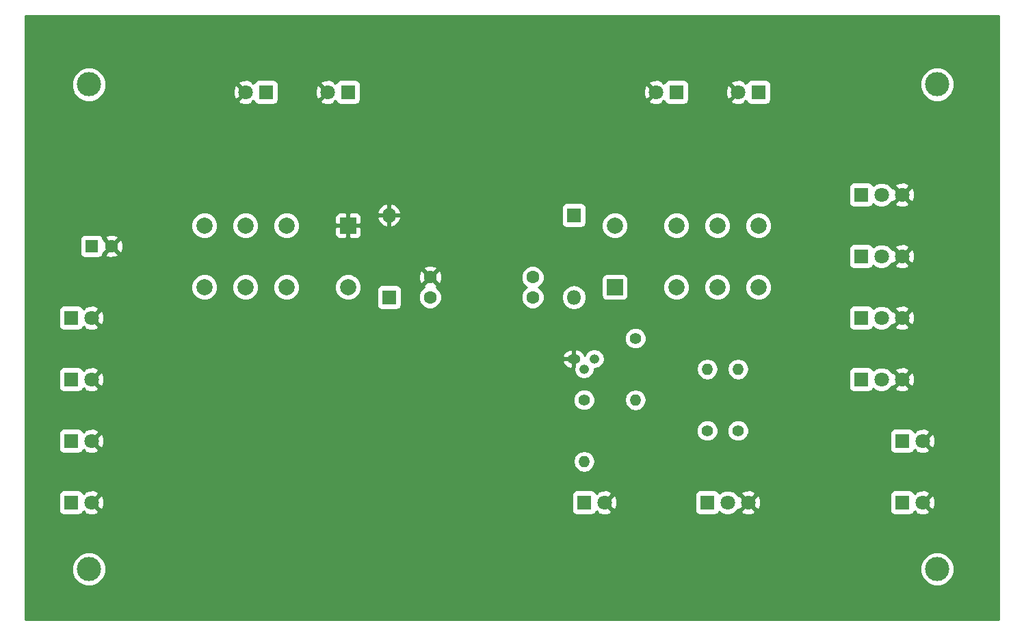
<source format=gbr>
G04 #@! TF.FileFunction,Copper,L1,Top,Signal*
%FSLAX46Y46*%
G04 Gerber Fmt 4.6, Leading zero omitted, Abs format (unit mm)*
G04 Created by KiCad (PCBNEW 4.0.7) date 02/11/18 09:34:33*
%MOMM*%
%LPD*%
G01*
G04 APERTURE LIST*
%ADD10C,0.100000*%
%ADD11C,1.400000*%
%ADD12O,1.400000X1.400000*%
%ADD13R,1.600000X1.600000*%
%ADD14C,1.600000*%
%ADD15R,1.800000X1.800000*%
%ADD16O,1.800000X1.800000*%
%ADD17R,2.000000X2.000000*%
%ADD18C,2.000000*%
%ADD19O,1.600000X1.200000*%
%ADD20O,1.200000X1.200000*%
%ADD21C,1.800000*%
%ADD22C,3.000000*%
%ADD23C,0.254000*%
G04 APERTURE END LIST*
D10*
D11*
X180340000Y-102870000D03*
D12*
X180340000Y-95250000D03*
D13*
X100330000Y-80010000D03*
D14*
X102830000Y-80010000D03*
X142240000Y-86360000D03*
X142240000Y-83860000D03*
X154940000Y-86360000D03*
X154940000Y-83860000D03*
D15*
X137160000Y-86360000D03*
D16*
X137160000Y-76200000D03*
D15*
X160020000Y-76200000D03*
D16*
X160020000Y-86360000D03*
D17*
X132080000Y-77470000D03*
D18*
X132080000Y-85090000D03*
X124460000Y-77470000D03*
X124460000Y-85090000D03*
X119380000Y-77470000D03*
X119380000Y-85090000D03*
X114300000Y-85090000D03*
X114300000Y-77470000D03*
D17*
X165100000Y-85090000D03*
D18*
X165100000Y-77470000D03*
X172720000Y-85090000D03*
X172720000Y-77470000D03*
X177800000Y-85090000D03*
X177800000Y-77470000D03*
X182880000Y-77470000D03*
X182880000Y-85090000D03*
D19*
X160020000Y-93980000D03*
D20*
X161290000Y-95250000D03*
X162560000Y-93980000D03*
D11*
X161290000Y-99060000D03*
D12*
X161290000Y-106680000D03*
D11*
X167640000Y-91440000D03*
D12*
X167640000Y-99060000D03*
D11*
X176530000Y-102870000D03*
D12*
X176530000Y-95250000D03*
D15*
X161290000Y-111760000D03*
D21*
X163830000Y-111760000D03*
D15*
X97790000Y-111760000D03*
D21*
X100330000Y-111760000D03*
D15*
X132080000Y-60960000D03*
D21*
X129540000Y-60960000D03*
D15*
X195580000Y-96520000D03*
D21*
X198120000Y-96520000D03*
X200660000Y-96520000D03*
D15*
X195580000Y-88900000D03*
D21*
X198120000Y-88900000D03*
X200660000Y-88900000D03*
D15*
X195580000Y-81280000D03*
D21*
X198120000Y-81280000D03*
X200660000Y-81280000D03*
D15*
X121920000Y-60960000D03*
D21*
X119380000Y-60960000D03*
D15*
X195580000Y-73660000D03*
D21*
X198120000Y-73660000D03*
X200660000Y-73660000D03*
D15*
X97790000Y-104140000D03*
D21*
X100330000Y-104140000D03*
D15*
X200660000Y-104140000D03*
D21*
X203200000Y-104140000D03*
D15*
X182880000Y-60960000D03*
D21*
X180340000Y-60960000D03*
D15*
X172720000Y-60960000D03*
D21*
X170180000Y-60960000D03*
D15*
X200660000Y-111760000D03*
D21*
X203200000Y-111760000D03*
D15*
X97790000Y-88900000D03*
D21*
X100330000Y-88900000D03*
D15*
X97790000Y-96520000D03*
D21*
X100330000Y-96520000D03*
D15*
X176530000Y-111760000D03*
D21*
X179070000Y-111760000D03*
X181610000Y-111760000D03*
D22*
X100000000Y-60000000D03*
X205000000Y-60000000D03*
X205000000Y-120000000D03*
X100000000Y-120000000D03*
D23*
G36*
X212650000Y-126290000D02*
X92150000Y-126290000D01*
X92150000Y-120422815D01*
X97864630Y-120422815D01*
X98188980Y-121207800D01*
X98789041Y-121808909D01*
X99573459Y-122134628D01*
X100422815Y-122135370D01*
X101207800Y-121811020D01*
X101808909Y-121210959D01*
X102134628Y-120426541D01*
X102134631Y-120422815D01*
X202864630Y-120422815D01*
X203188980Y-121207800D01*
X203789041Y-121808909D01*
X204573459Y-122134628D01*
X205422815Y-122135370D01*
X206207800Y-121811020D01*
X206808909Y-121210959D01*
X207134628Y-120426541D01*
X207135370Y-119577185D01*
X206811020Y-118792200D01*
X206210959Y-118191091D01*
X205426541Y-117865372D01*
X204577185Y-117864630D01*
X203792200Y-118188980D01*
X203191091Y-118789041D01*
X202865372Y-119573459D01*
X202864630Y-120422815D01*
X102134631Y-120422815D01*
X102135370Y-119577185D01*
X101811020Y-118792200D01*
X101210959Y-118191091D01*
X100426541Y-117865372D01*
X99577185Y-117864630D01*
X98792200Y-118188980D01*
X98191091Y-118789041D01*
X97865372Y-119573459D01*
X97864630Y-120422815D01*
X92150000Y-120422815D01*
X92150000Y-110860000D01*
X96242560Y-110860000D01*
X96242560Y-112660000D01*
X96286838Y-112895317D01*
X96425910Y-113111441D01*
X96638110Y-113256431D01*
X96890000Y-113307440D01*
X98690000Y-113307440D01*
X98925317Y-113263162D01*
X99141441Y-113124090D01*
X99280598Y-112920426D01*
X99314890Y-112954718D01*
X99429447Y-112840161D01*
X99515852Y-113096643D01*
X100089336Y-113306458D01*
X100699460Y-113280839D01*
X101144148Y-113096643D01*
X101230554Y-112840159D01*
X100330000Y-111939605D01*
X100315858Y-111953748D01*
X100136253Y-111774143D01*
X100150395Y-111760000D01*
X100509605Y-111760000D01*
X101410159Y-112660554D01*
X101666643Y-112574148D01*
X101876458Y-112000664D01*
X101850839Y-111390540D01*
X101666643Y-110945852D01*
X101411804Y-110860000D01*
X159742560Y-110860000D01*
X159742560Y-112660000D01*
X159786838Y-112895317D01*
X159925910Y-113111441D01*
X160138110Y-113256431D01*
X160390000Y-113307440D01*
X162190000Y-113307440D01*
X162425317Y-113263162D01*
X162641441Y-113124090D01*
X162780598Y-112920426D01*
X162814890Y-112954718D01*
X162929447Y-112840161D01*
X163015852Y-113096643D01*
X163589336Y-113306458D01*
X164199460Y-113280839D01*
X164644148Y-113096643D01*
X164730554Y-112840159D01*
X163830000Y-111939605D01*
X163815858Y-111953748D01*
X163636253Y-111774143D01*
X163650395Y-111760000D01*
X164009605Y-111760000D01*
X164910159Y-112660554D01*
X165166643Y-112574148D01*
X165376458Y-112000664D01*
X165350839Y-111390540D01*
X165166643Y-110945852D01*
X164911804Y-110860000D01*
X174982560Y-110860000D01*
X174982560Y-112660000D01*
X175026838Y-112895317D01*
X175165910Y-113111441D01*
X175378110Y-113256431D01*
X175630000Y-113307440D01*
X177430000Y-113307440D01*
X177665317Y-113263162D01*
X177881441Y-113124090D01*
X178026431Y-112911890D01*
X178030567Y-112891466D01*
X178199357Y-113060551D01*
X178763330Y-113294733D01*
X179373991Y-113295265D01*
X179938371Y-113062068D01*
X180160668Y-112840159D01*
X180709446Y-112840159D01*
X180795852Y-113096643D01*
X181369336Y-113306458D01*
X181979460Y-113280839D01*
X182424148Y-113096643D01*
X182510554Y-112840159D01*
X181610000Y-111939605D01*
X180709446Y-112840159D01*
X180160668Y-112840159D01*
X180370551Y-112630643D01*
X180379203Y-112609806D01*
X180529841Y-112660554D01*
X181430395Y-111760000D01*
X181789605Y-111760000D01*
X182690159Y-112660554D01*
X182946643Y-112574148D01*
X183156458Y-112000664D01*
X183130839Y-111390540D01*
X182946643Y-110945852D01*
X182691804Y-110860000D01*
X199112560Y-110860000D01*
X199112560Y-112660000D01*
X199156838Y-112895317D01*
X199295910Y-113111441D01*
X199508110Y-113256431D01*
X199760000Y-113307440D01*
X201560000Y-113307440D01*
X201795317Y-113263162D01*
X202011441Y-113124090D01*
X202150598Y-112920426D01*
X202184890Y-112954718D01*
X202299447Y-112840161D01*
X202385852Y-113096643D01*
X202959336Y-113306458D01*
X203569460Y-113280839D01*
X204014148Y-113096643D01*
X204100554Y-112840159D01*
X203200000Y-111939605D01*
X203185858Y-111953748D01*
X203006253Y-111774143D01*
X203020395Y-111760000D01*
X203379605Y-111760000D01*
X204280159Y-112660554D01*
X204536643Y-112574148D01*
X204746458Y-112000664D01*
X204720839Y-111390540D01*
X204536643Y-110945852D01*
X204280159Y-110859446D01*
X203379605Y-111760000D01*
X203020395Y-111760000D01*
X203006253Y-111745858D01*
X203185858Y-111566253D01*
X203200000Y-111580395D01*
X204100554Y-110679841D01*
X204014148Y-110423357D01*
X203440664Y-110213542D01*
X202830540Y-110239161D01*
X202385852Y-110423357D01*
X202299447Y-110679839D01*
X202184890Y-110565282D01*
X202148412Y-110601760D01*
X202024090Y-110408559D01*
X201811890Y-110263569D01*
X201560000Y-110212560D01*
X199760000Y-110212560D01*
X199524683Y-110256838D01*
X199308559Y-110395910D01*
X199163569Y-110608110D01*
X199112560Y-110860000D01*
X182691804Y-110860000D01*
X182690159Y-110859446D01*
X181789605Y-111760000D01*
X181430395Y-111760000D01*
X180529841Y-110859446D01*
X180379673Y-110910035D01*
X180372068Y-110891629D01*
X180160650Y-110679841D01*
X180709446Y-110679841D01*
X181610000Y-111580395D01*
X182510554Y-110679841D01*
X182424148Y-110423357D01*
X181850664Y-110213542D01*
X181240540Y-110239161D01*
X180795852Y-110423357D01*
X180709446Y-110679841D01*
X180160650Y-110679841D01*
X179940643Y-110459449D01*
X179376670Y-110225267D01*
X178766009Y-110224735D01*
X178201629Y-110457932D01*
X178033387Y-110625880D01*
X178033162Y-110624683D01*
X177894090Y-110408559D01*
X177681890Y-110263569D01*
X177430000Y-110212560D01*
X175630000Y-110212560D01*
X175394683Y-110256838D01*
X175178559Y-110395910D01*
X175033569Y-110608110D01*
X174982560Y-110860000D01*
X164911804Y-110860000D01*
X164910159Y-110859446D01*
X164009605Y-111760000D01*
X163650395Y-111760000D01*
X163636253Y-111745858D01*
X163815858Y-111566253D01*
X163830000Y-111580395D01*
X164730554Y-110679841D01*
X164644148Y-110423357D01*
X164070664Y-110213542D01*
X163460540Y-110239161D01*
X163015852Y-110423357D01*
X162929447Y-110679839D01*
X162814890Y-110565282D01*
X162778412Y-110601760D01*
X162654090Y-110408559D01*
X162441890Y-110263569D01*
X162190000Y-110212560D01*
X160390000Y-110212560D01*
X160154683Y-110256838D01*
X159938559Y-110395910D01*
X159793569Y-110608110D01*
X159742560Y-110860000D01*
X101411804Y-110860000D01*
X101410159Y-110859446D01*
X100509605Y-111760000D01*
X100150395Y-111760000D01*
X100136253Y-111745858D01*
X100315858Y-111566253D01*
X100330000Y-111580395D01*
X101230554Y-110679841D01*
X101144148Y-110423357D01*
X100570664Y-110213542D01*
X99960540Y-110239161D01*
X99515852Y-110423357D01*
X99429447Y-110679839D01*
X99314890Y-110565282D01*
X99278412Y-110601760D01*
X99154090Y-110408559D01*
X98941890Y-110263569D01*
X98690000Y-110212560D01*
X96890000Y-110212560D01*
X96654683Y-110256838D01*
X96438559Y-110395910D01*
X96293569Y-110608110D01*
X96242560Y-110860000D01*
X92150000Y-110860000D01*
X92150000Y-106653846D01*
X159955000Y-106653846D01*
X159955000Y-106706154D01*
X160056621Y-107217036D01*
X160346012Y-107650142D01*
X160779118Y-107939533D01*
X161290000Y-108041154D01*
X161800882Y-107939533D01*
X162233988Y-107650142D01*
X162523379Y-107217036D01*
X162625000Y-106706154D01*
X162625000Y-106653846D01*
X162523379Y-106142964D01*
X162233988Y-105709858D01*
X161800882Y-105420467D01*
X161290000Y-105318846D01*
X160779118Y-105420467D01*
X160346012Y-105709858D01*
X160056621Y-106142964D01*
X159955000Y-106653846D01*
X92150000Y-106653846D01*
X92150000Y-103240000D01*
X96242560Y-103240000D01*
X96242560Y-105040000D01*
X96286838Y-105275317D01*
X96425910Y-105491441D01*
X96638110Y-105636431D01*
X96890000Y-105687440D01*
X98690000Y-105687440D01*
X98925317Y-105643162D01*
X99141441Y-105504090D01*
X99280598Y-105300426D01*
X99314890Y-105334718D01*
X99429447Y-105220161D01*
X99515852Y-105476643D01*
X100089336Y-105686458D01*
X100699460Y-105660839D01*
X101144148Y-105476643D01*
X101230554Y-105220159D01*
X100330000Y-104319605D01*
X100315858Y-104333748D01*
X100136253Y-104154143D01*
X100150395Y-104140000D01*
X100509605Y-104140000D01*
X101410159Y-105040554D01*
X101666643Y-104954148D01*
X101876458Y-104380664D01*
X101850839Y-103770540D01*
X101666643Y-103325852D01*
X101410159Y-103239446D01*
X100509605Y-104140000D01*
X100150395Y-104140000D01*
X100136253Y-104125858D01*
X100315858Y-103946253D01*
X100330000Y-103960395D01*
X101156012Y-103134383D01*
X175194769Y-103134383D01*
X175397582Y-103625229D01*
X175772796Y-104001098D01*
X176263287Y-104204768D01*
X176794383Y-104205231D01*
X177285229Y-104002418D01*
X177661098Y-103627204D01*
X177864768Y-103136713D01*
X177864770Y-103134383D01*
X179004769Y-103134383D01*
X179207582Y-103625229D01*
X179582796Y-104001098D01*
X180073287Y-104204768D01*
X180604383Y-104205231D01*
X181095229Y-104002418D01*
X181471098Y-103627204D01*
X181631879Y-103240000D01*
X199112560Y-103240000D01*
X199112560Y-105040000D01*
X199156838Y-105275317D01*
X199295910Y-105491441D01*
X199508110Y-105636431D01*
X199760000Y-105687440D01*
X201560000Y-105687440D01*
X201795317Y-105643162D01*
X202011441Y-105504090D01*
X202150598Y-105300426D01*
X202184890Y-105334718D01*
X202299447Y-105220161D01*
X202385852Y-105476643D01*
X202959336Y-105686458D01*
X203569460Y-105660839D01*
X204014148Y-105476643D01*
X204100554Y-105220159D01*
X203200000Y-104319605D01*
X203185858Y-104333748D01*
X203006253Y-104154143D01*
X203020395Y-104140000D01*
X203379605Y-104140000D01*
X204280159Y-105040554D01*
X204536643Y-104954148D01*
X204746458Y-104380664D01*
X204720839Y-103770540D01*
X204536643Y-103325852D01*
X204280159Y-103239446D01*
X203379605Y-104140000D01*
X203020395Y-104140000D01*
X203006253Y-104125858D01*
X203185858Y-103946253D01*
X203200000Y-103960395D01*
X204100554Y-103059841D01*
X204014148Y-102803357D01*
X203440664Y-102593542D01*
X202830540Y-102619161D01*
X202385852Y-102803357D01*
X202299447Y-103059839D01*
X202184890Y-102945282D01*
X202148412Y-102981760D01*
X202024090Y-102788559D01*
X201811890Y-102643569D01*
X201560000Y-102592560D01*
X199760000Y-102592560D01*
X199524683Y-102636838D01*
X199308559Y-102775910D01*
X199163569Y-102988110D01*
X199112560Y-103240000D01*
X181631879Y-103240000D01*
X181674768Y-103136713D01*
X181675231Y-102605617D01*
X181472418Y-102114771D01*
X181097204Y-101738902D01*
X180606713Y-101535232D01*
X180075617Y-101534769D01*
X179584771Y-101737582D01*
X179208902Y-102112796D01*
X179005232Y-102603287D01*
X179004769Y-103134383D01*
X177864770Y-103134383D01*
X177865231Y-102605617D01*
X177662418Y-102114771D01*
X177287204Y-101738902D01*
X176796713Y-101535232D01*
X176265617Y-101534769D01*
X175774771Y-101737582D01*
X175398902Y-102112796D01*
X175195232Y-102603287D01*
X175194769Y-103134383D01*
X101156012Y-103134383D01*
X101230554Y-103059841D01*
X101144148Y-102803357D01*
X100570664Y-102593542D01*
X99960540Y-102619161D01*
X99515852Y-102803357D01*
X99429447Y-103059839D01*
X99314890Y-102945282D01*
X99278412Y-102981760D01*
X99154090Y-102788559D01*
X98941890Y-102643569D01*
X98690000Y-102592560D01*
X96890000Y-102592560D01*
X96654683Y-102636838D01*
X96438559Y-102775910D01*
X96293569Y-102988110D01*
X96242560Y-103240000D01*
X92150000Y-103240000D01*
X92150000Y-99324383D01*
X159954769Y-99324383D01*
X160157582Y-99815229D01*
X160532796Y-100191098D01*
X161023287Y-100394768D01*
X161554383Y-100395231D01*
X162045229Y-100192418D01*
X162421098Y-99817204D01*
X162624768Y-99326713D01*
X162625023Y-99033846D01*
X166305000Y-99033846D01*
X166305000Y-99086154D01*
X166406621Y-99597036D01*
X166696012Y-100030142D01*
X167129118Y-100319533D01*
X167640000Y-100421154D01*
X168150882Y-100319533D01*
X168583988Y-100030142D01*
X168873379Y-99597036D01*
X168975000Y-99086154D01*
X168975000Y-99033846D01*
X168873379Y-98522964D01*
X168583988Y-98089858D01*
X168150882Y-97800467D01*
X167640000Y-97698846D01*
X167129118Y-97800467D01*
X166696012Y-98089858D01*
X166406621Y-98522964D01*
X166305000Y-99033846D01*
X162625023Y-99033846D01*
X162625231Y-98795617D01*
X162422418Y-98304771D01*
X162047204Y-97928902D01*
X161556713Y-97725232D01*
X161025617Y-97724769D01*
X160534771Y-97927582D01*
X160158902Y-98302796D01*
X159955232Y-98793287D01*
X159954769Y-99324383D01*
X92150000Y-99324383D01*
X92150000Y-95620000D01*
X96242560Y-95620000D01*
X96242560Y-97420000D01*
X96286838Y-97655317D01*
X96425910Y-97871441D01*
X96638110Y-98016431D01*
X96890000Y-98067440D01*
X98690000Y-98067440D01*
X98925317Y-98023162D01*
X99141441Y-97884090D01*
X99280598Y-97680426D01*
X99314890Y-97714718D01*
X99429447Y-97600161D01*
X99515852Y-97856643D01*
X100089336Y-98066458D01*
X100699460Y-98040839D01*
X101144148Y-97856643D01*
X101230554Y-97600159D01*
X100330000Y-96699605D01*
X100315858Y-96713748D01*
X100136253Y-96534143D01*
X100150395Y-96520000D01*
X100509605Y-96520000D01*
X101410159Y-97420554D01*
X101666643Y-97334148D01*
X101876458Y-96760664D01*
X101850839Y-96150540D01*
X101666643Y-95705852D01*
X101410159Y-95619446D01*
X100509605Y-96520000D01*
X100150395Y-96520000D01*
X100136253Y-96505858D01*
X100315858Y-96326253D01*
X100330000Y-96340395D01*
X101230554Y-95439841D01*
X101166600Y-95250000D01*
X160030805Y-95250000D01*
X160124814Y-95722614D01*
X160392528Y-96123277D01*
X160793191Y-96390991D01*
X161265805Y-96485000D01*
X161314195Y-96485000D01*
X161786809Y-96390991D01*
X162187472Y-96123277D01*
X162455186Y-95722614D01*
X162549195Y-95250000D01*
X162543993Y-95223846D01*
X175195000Y-95223846D01*
X175195000Y-95276154D01*
X175296621Y-95787036D01*
X175586012Y-96220142D01*
X176019118Y-96509533D01*
X176530000Y-96611154D01*
X177040882Y-96509533D01*
X177473988Y-96220142D01*
X177763379Y-95787036D01*
X177865000Y-95276154D01*
X177865000Y-95223846D01*
X179005000Y-95223846D01*
X179005000Y-95276154D01*
X179106621Y-95787036D01*
X179396012Y-96220142D01*
X179829118Y-96509533D01*
X180340000Y-96611154D01*
X180850882Y-96509533D01*
X181283988Y-96220142D01*
X181573379Y-95787036D01*
X181606604Y-95620000D01*
X194032560Y-95620000D01*
X194032560Y-97420000D01*
X194076838Y-97655317D01*
X194215910Y-97871441D01*
X194428110Y-98016431D01*
X194680000Y-98067440D01*
X196480000Y-98067440D01*
X196715317Y-98023162D01*
X196931441Y-97884090D01*
X197076431Y-97671890D01*
X197080567Y-97651466D01*
X197249357Y-97820551D01*
X197813330Y-98054733D01*
X198423991Y-98055265D01*
X198988371Y-97822068D01*
X199210668Y-97600159D01*
X199759446Y-97600159D01*
X199845852Y-97856643D01*
X200419336Y-98066458D01*
X201029460Y-98040839D01*
X201474148Y-97856643D01*
X201560554Y-97600159D01*
X200660000Y-96699605D01*
X199759446Y-97600159D01*
X199210668Y-97600159D01*
X199420551Y-97390643D01*
X199429203Y-97369806D01*
X199579841Y-97420554D01*
X200480395Y-96520000D01*
X200839605Y-96520000D01*
X201740159Y-97420554D01*
X201996643Y-97334148D01*
X202206458Y-96760664D01*
X202180839Y-96150540D01*
X201996643Y-95705852D01*
X201740159Y-95619446D01*
X200839605Y-96520000D01*
X200480395Y-96520000D01*
X199579841Y-95619446D01*
X199429673Y-95670035D01*
X199422068Y-95651629D01*
X199210650Y-95439841D01*
X199759446Y-95439841D01*
X200660000Y-96340395D01*
X201560554Y-95439841D01*
X201474148Y-95183357D01*
X200900664Y-94973542D01*
X200290540Y-94999161D01*
X199845852Y-95183357D01*
X199759446Y-95439841D01*
X199210650Y-95439841D01*
X198990643Y-95219449D01*
X198426670Y-94985267D01*
X197816009Y-94984735D01*
X197251629Y-95217932D01*
X197083387Y-95385880D01*
X197083162Y-95384683D01*
X196944090Y-95168559D01*
X196731890Y-95023569D01*
X196480000Y-94972560D01*
X194680000Y-94972560D01*
X194444683Y-95016838D01*
X194228559Y-95155910D01*
X194083569Y-95368110D01*
X194032560Y-95620000D01*
X181606604Y-95620000D01*
X181675000Y-95276154D01*
X181675000Y-95223846D01*
X181573379Y-94712964D01*
X181283988Y-94279858D01*
X180850882Y-93990467D01*
X180340000Y-93888846D01*
X179829118Y-93990467D01*
X179396012Y-94279858D01*
X179106621Y-94712964D01*
X179005000Y-95223846D01*
X177865000Y-95223846D01*
X177763379Y-94712964D01*
X177473988Y-94279858D01*
X177040882Y-93990467D01*
X176530000Y-93888846D01*
X176019118Y-93990467D01*
X175586012Y-94279858D01*
X175296621Y-94712964D01*
X175195000Y-95223846D01*
X162543993Y-95223846D01*
X162542233Y-95215000D01*
X162584195Y-95215000D01*
X163056809Y-95120991D01*
X163457472Y-94853277D01*
X163725186Y-94452614D01*
X163819195Y-93980000D01*
X163725186Y-93507386D01*
X163457472Y-93106723D01*
X163056809Y-92839009D01*
X162584195Y-92745000D01*
X162535805Y-92745000D01*
X162063191Y-92839009D01*
X161662528Y-93106723D01*
X161394814Y-93507386D01*
X161381946Y-93572075D01*
X161179255Y-93192828D01*
X160804998Y-92885657D01*
X160341681Y-92745090D01*
X160147000Y-92900009D01*
X160147000Y-93853000D01*
X160167000Y-93853000D01*
X160167000Y-94107000D01*
X160147000Y-94107000D01*
X160147000Y-94744182D01*
X160124814Y-94777386D01*
X160030805Y-95250000D01*
X101166600Y-95250000D01*
X101144148Y-95183357D01*
X100570664Y-94973542D01*
X99960540Y-94999161D01*
X99515852Y-95183357D01*
X99429447Y-95439839D01*
X99314890Y-95325282D01*
X99278412Y-95361760D01*
X99154090Y-95168559D01*
X98941890Y-95023569D01*
X98690000Y-94972560D01*
X96890000Y-94972560D01*
X96654683Y-95016838D01*
X96438559Y-95155910D01*
X96293569Y-95368110D01*
X96242560Y-95620000D01*
X92150000Y-95620000D01*
X92150000Y-94297609D01*
X158626538Y-94297609D01*
X158632526Y-94340161D01*
X158860745Y-94767172D01*
X159235002Y-95074343D01*
X159698319Y-95214910D01*
X159893000Y-95059991D01*
X159893000Y-94107000D01*
X158751269Y-94107000D01*
X158626538Y-94297609D01*
X92150000Y-94297609D01*
X92150000Y-93662391D01*
X158626538Y-93662391D01*
X158751269Y-93853000D01*
X159893000Y-93853000D01*
X159893000Y-92900009D01*
X159698319Y-92745090D01*
X159235002Y-92885657D01*
X158860745Y-93192828D01*
X158632526Y-93619839D01*
X158626538Y-93662391D01*
X92150000Y-93662391D01*
X92150000Y-91704383D01*
X166304769Y-91704383D01*
X166507582Y-92195229D01*
X166882796Y-92571098D01*
X167373287Y-92774768D01*
X167904383Y-92775231D01*
X168395229Y-92572418D01*
X168771098Y-92197204D01*
X168974768Y-91706713D01*
X168975231Y-91175617D01*
X168772418Y-90684771D01*
X168397204Y-90308902D01*
X167906713Y-90105232D01*
X167375617Y-90104769D01*
X166884771Y-90307582D01*
X166508902Y-90682796D01*
X166305232Y-91173287D01*
X166304769Y-91704383D01*
X92150000Y-91704383D01*
X92150000Y-88000000D01*
X96242560Y-88000000D01*
X96242560Y-89800000D01*
X96286838Y-90035317D01*
X96425910Y-90251441D01*
X96638110Y-90396431D01*
X96890000Y-90447440D01*
X98690000Y-90447440D01*
X98925317Y-90403162D01*
X99141441Y-90264090D01*
X99280598Y-90060426D01*
X99314890Y-90094718D01*
X99429447Y-89980161D01*
X99515852Y-90236643D01*
X100089336Y-90446458D01*
X100699460Y-90420839D01*
X101144148Y-90236643D01*
X101230554Y-89980159D01*
X100330000Y-89079605D01*
X100315858Y-89093748D01*
X100136253Y-88914143D01*
X100150395Y-88900000D01*
X100509605Y-88900000D01*
X101410159Y-89800554D01*
X101666643Y-89714148D01*
X101876458Y-89140664D01*
X101850839Y-88530540D01*
X101666643Y-88085852D01*
X101411804Y-88000000D01*
X194032560Y-88000000D01*
X194032560Y-89800000D01*
X194076838Y-90035317D01*
X194215910Y-90251441D01*
X194428110Y-90396431D01*
X194680000Y-90447440D01*
X196480000Y-90447440D01*
X196715317Y-90403162D01*
X196931441Y-90264090D01*
X197076431Y-90051890D01*
X197080567Y-90031466D01*
X197249357Y-90200551D01*
X197813330Y-90434733D01*
X198423991Y-90435265D01*
X198988371Y-90202068D01*
X199210668Y-89980159D01*
X199759446Y-89980159D01*
X199845852Y-90236643D01*
X200419336Y-90446458D01*
X201029460Y-90420839D01*
X201474148Y-90236643D01*
X201560554Y-89980159D01*
X200660000Y-89079605D01*
X199759446Y-89980159D01*
X199210668Y-89980159D01*
X199420551Y-89770643D01*
X199429203Y-89749806D01*
X199579841Y-89800554D01*
X200480395Y-88900000D01*
X200839605Y-88900000D01*
X201740159Y-89800554D01*
X201996643Y-89714148D01*
X202206458Y-89140664D01*
X202180839Y-88530540D01*
X201996643Y-88085852D01*
X201740159Y-87999446D01*
X200839605Y-88900000D01*
X200480395Y-88900000D01*
X199579841Y-87999446D01*
X199429673Y-88050035D01*
X199422068Y-88031629D01*
X199210650Y-87819841D01*
X199759446Y-87819841D01*
X200660000Y-88720395D01*
X201560554Y-87819841D01*
X201474148Y-87563357D01*
X200900664Y-87353542D01*
X200290540Y-87379161D01*
X199845852Y-87563357D01*
X199759446Y-87819841D01*
X199210650Y-87819841D01*
X198990643Y-87599449D01*
X198426670Y-87365267D01*
X197816009Y-87364735D01*
X197251629Y-87597932D01*
X197083387Y-87765880D01*
X197083162Y-87764683D01*
X196944090Y-87548559D01*
X196731890Y-87403569D01*
X196480000Y-87352560D01*
X194680000Y-87352560D01*
X194444683Y-87396838D01*
X194228559Y-87535910D01*
X194083569Y-87748110D01*
X194032560Y-88000000D01*
X101411804Y-88000000D01*
X101410159Y-87999446D01*
X100509605Y-88900000D01*
X100150395Y-88900000D01*
X100136253Y-88885858D01*
X100315858Y-88706253D01*
X100330000Y-88720395D01*
X101230554Y-87819841D01*
X101144148Y-87563357D01*
X100570664Y-87353542D01*
X99960540Y-87379161D01*
X99515852Y-87563357D01*
X99429447Y-87819839D01*
X99314890Y-87705282D01*
X99278412Y-87741760D01*
X99154090Y-87548559D01*
X98941890Y-87403569D01*
X98690000Y-87352560D01*
X96890000Y-87352560D01*
X96654683Y-87396838D01*
X96438559Y-87535910D01*
X96293569Y-87748110D01*
X96242560Y-88000000D01*
X92150000Y-88000000D01*
X92150000Y-85413795D01*
X112664716Y-85413795D01*
X112913106Y-86014943D01*
X113372637Y-86475278D01*
X113973352Y-86724716D01*
X114623795Y-86725284D01*
X115224943Y-86476894D01*
X115685278Y-86017363D01*
X115934716Y-85416648D01*
X115934718Y-85413795D01*
X117744716Y-85413795D01*
X117993106Y-86014943D01*
X118452637Y-86475278D01*
X119053352Y-86724716D01*
X119703795Y-86725284D01*
X120304943Y-86476894D01*
X120765278Y-86017363D01*
X121014716Y-85416648D01*
X121014718Y-85413795D01*
X122824716Y-85413795D01*
X123073106Y-86014943D01*
X123532637Y-86475278D01*
X124133352Y-86724716D01*
X124783795Y-86725284D01*
X125384943Y-86476894D01*
X125845278Y-86017363D01*
X126094716Y-85416648D01*
X126094718Y-85413795D01*
X130444716Y-85413795D01*
X130693106Y-86014943D01*
X131152637Y-86475278D01*
X131753352Y-86724716D01*
X132403795Y-86725284D01*
X133004943Y-86476894D01*
X133465278Y-86017363D01*
X133696714Y-85460000D01*
X135612560Y-85460000D01*
X135612560Y-87260000D01*
X135656838Y-87495317D01*
X135795910Y-87711441D01*
X136008110Y-87856431D01*
X136260000Y-87907440D01*
X138060000Y-87907440D01*
X138295317Y-87863162D01*
X138511441Y-87724090D01*
X138656431Y-87511890D01*
X138707440Y-87260000D01*
X138707440Y-86644187D01*
X140804752Y-86644187D01*
X141022757Y-87171800D01*
X141426077Y-87575824D01*
X141953309Y-87794750D01*
X142524187Y-87795248D01*
X143051800Y-87577243D01*
X143455824Y-87173923D01*
X143674750Y-86646691D01*
X143675248Y-86075813D01*
X143457243Y-85548200D01*
X143053923Y-85144176D01*
X142987456Y-85116577D01*
X142994005Y-85113864D01*
X143068139Y-84867745D01*
X142240000Y-84039605D01*
X141411861Y-84867745D01*
X141485995Y-85113864D01*
X141492483Y-85116196D01*
X141428200Y-85142757D01*
X141024176Y-85546077D01*
X140805250Y-86073309D01*
X140804752Y-86644187D01*
X138707440Y-86644187D01*
X138707440Y-85460000D01*
X138663162Y-85224683D01*
X138524090Y-85008559D01*
X138311890Y-84863569D01*
X138060000Y-84812560D01*
X136260000Y-84812560D01*
X136024683Y-84856838D01*
X135808559Y-84995910D01*
X135663569Y-85208110D01*
X135612560Y-85460000D01*
X133696714Y-85460000D01*
X133714716Y-85416648D01*
X133715284Y-84766205D01*
X133466894Y-84165057D01*
X133007363Y-83704722D01*
X132859257Y-83643223D01*
X140793035Y-83643223D01*
X140820222Y-84213454D01*
X140986136Y-84614005D01*
X141232255Y-84688139D01*
X142060395Y-83860000D01*
X142419605Y-83860000D01*
X143247745Y-84688139D01*
X143493864Y-84614005D01*
X143662735Y-84144187D01*
X153504752Y-84144187D01*
X153722757Y-84671800D01*
X154126077Y-85075824D01*
X154207931Y-85109813D01*
X154128200Y-85142757D01*
X153724176Y-85546077D01*
X153505250Y-86073309D01*
X153504752Y-86644187D01*
X153722757Y-87171800D01*
X154126077Y-87575824D01*
X154653309Y-87794750D01*
X155224187Y-87795248D01*
X155751800Y-87577243D01*
X156155824Y-87173923D01*
X156374750Y-86646691D01*
X156375026Y-86329928D01*
X158485000Y-86329928D01*
X158485000Y-86390072D01*
X158601845Y-86977491D01*
X158934591Y-87475481D01*
X159432581Y-87808227D01*
X160020000Y-87925072D01*
X160607419Y-87808227D01*
X161105409Y-87475481D01*
X161438155Y-86977491D01*
X161555000Y-86390072D01*
X161555000Y-86329928D01*
X161438155Y-85742509D01*
X161105409Y-85244519D01*
X160607419Y-84911773D01*
X160020000Y-84794928D01*
X159432581Y-84911773D01*
X158934591Y-85244519D01*
X158601845Y-85742509D01*
X158485000Y-86329928D01*
X156375026Y-86329928D01*
X156375248Y-86075813D01*
X156157243Y-85548200D01*
X155753923Y-85144176D01*
X155672069Y-85110187D01*
X155751800Y-85077243D01*
X156155824Y-84673923D01*
X156374750Y-84146691D01*
X156374799Y-84090000D01*
X163452560Y-84090000D01*
X163452560Y-86090000D01*
X163496838Y-86325317D01*
X163635910Y-86541441D01*
X163848110Y-86686431D01*
X164100000Y-86737440D01*
X166100000Y-86737440D01*
X166335317Y-86693162D01*
X166551441Y-86554090D01*
X166696431Y-86341890D01*
X166747440Y-86090000D01*
X166747440Y-85413795D01*
X171084716Y-85413795D01*
X171333106Y-86014943D01*
X171792637Y-86475278D01*
X172393352Y-86724716D01*
X173043795Y-86725284D01*
X173644943Y-86476894D01*
X174105278Y-86017363D01*
X174354716Y-85416648D01*
X174354718Y-85413795D01*
X176164716Y-85413795D01*
X176413106Y-86014943D01*
X176872637Y-86475278D01*
X177473352Y-86724716D01*
X178123795Y-86725284D01*
X178724943Y-86476894D01*
X179185278Y-86017363D01*
X179434716Y-85416648D01*
X179434718Y-85413795D01*
X181244716Y-85413795D01*
X181493106Y-86014943D01*
X181952637Y-86475278D01*
X182553352Y-86724716D01*
X183203795Y-86725284D01*
X183804943Y-86476894D01*
X184265278Y-86017363D01*
X184514716Y-85416648D01*
X184515284Y-84766205D01*
X184266894Y-84165057D01*
X183807363Y-83704722D01*
X183206648Y-83455284D01*
X182556205Y-83454716D01*
X181955057Y-83703106D01*
X181494722Y-84162637D01*
X181245284Y-84763352D01*
X181244716Y-85413795D01*
X179434718Y-85413795D01*
X179435284Y-84766205D01*
X179186894Y-84165057D01*
X178727363Y-83704722D01*
X178126648Y-83455284D01*
X177476205Y-83454716D01*
X176875057Y-83703106D01*
X176414722Y-84162637D01*
X176165284Y-84763352D01*
X176164716Y-85413795D01*
X174354718Y-85413795D01*
X174355284Y-84766205D01*
X174106894Y-84165057D01*
X173647363Y-83704722D01*
X173046648Y-83455284D01*
X172396205Y-83454716D01*
X171795057Y-83703106D01*
X171334722Y-84162637D01*
X171085284Y-84763352D01*
X171084716Y-85413795D01*
X166747440Y-85413795D01*
X166747440Y-84090000D01*
X166703162Y-83854683D01*
X166564090Y-83638559D01*
X166351890Y-83493569D01*
X166100000Y-83442560D01*
X164100000Y-83442560D01*
X163864683Y-83486838D01*
X163648559Y-83625910D01*
X163503569Y-83838110D01*
X163452560Y-84090000D01*
X156374799Y-84090000D01*
X156375248Y-83575813D01*
X156157243Y-83048200D01*
X155753923Y-82644176D01*
X155226691Y-82425250D01*
X154655813Y-82424752D01*
X154128200Y-82642757D01*
X153724176Y-83046077D01*
X153505250Y-83573309D01*
X153504752Y-84144187D01*
X143662735Y-84144187D01*
X143686965Y-84076777D01*
X143659778Y-83506546D01*
X143493864Y-83105995D01*
X143247745Y-83031861D01*
X142419605Y-83860000D01*
X142060395Y-83860000D01*
X141232255Y-83031861D01*
X140986136Y-83105995D01*
X140793035Y-83643223D01*
X132859257Y-83643223D01*
X132406648Y-83455284D01*
X131756205Y-83454716D01*
X131155057Y-83703106D01*
X130694722Y-84162637D01*
X130445284Y-84763352D01*
X130444716Y-85413795D01*
X126094718Y-85413795D01*
X126095284Y-84766205D01*
X125846894Y-84165057D01*
X125387363Y-83704722D01*
X124786648Y-83455284D01*
X124136205Y-83454716D01*
X123535057Y-83703106D01*
X123074722Y-84162637D01*
X122825284Y-84763352D01*
X122824716Y-85413795D01*
X121014718Y-85413795D01*
X121015284Y-84766205D01*
X120766894Y-84165057D01*
X120307363Y-83704722D01*
X119706648Y-83455284D01*
X119056205Y-83454716D01*
X118455057Y-83703106D01*
X117994722Y-84162637D01*
X117745284Y-84763352D01*
X117744716Y-85413795D01*
X115934718Y-85413795D01*
X115935284Y-84766205D01*
X115686894Y-84165057D01*
X115227363Y-83704722D01*
X114626648Y-83455284D01*
X113976205Y-83454716D01*
X113375057Y-83703106D01*
X112914722Y-84162637D01*
X112665284Y-84763352D01*
X112664716Y-85413795D01*
X92150000Y-85413795D01*
X92150000Y-82852255D01*
X141411861Y-82852255D01*
X142240000Y-83680395D01*
X143068139Y-82852255D01*
X142994005Y-82606136D01*
X142456777Y-82413035D01*
X141886546Y-82440222D01*
X141485995Y-82606136D01*
X141411861Y-82852255D01*
X92150000Y-82852255D01*
X92150000Y-79210000D01*
X98882560Y-79210000D01*
X98882560Y-80810000D01*
X98926838Y-81045317D01*
X99065910Y-81261441D01*
X99278110Y-81406431D01*
X99530000Y-81457440D01*
X101130000Y-81457440D01*
X101365317Y-81413162D01*
X101581441Y-81274090D01*
X101726431Y-81061890D01*
X101735370Y-81017745D01*
X102001861Y-81017745D01*
X102075995Y-81263864D01*
X102613223Y-81456965D01*
X103183454Y-81429778D01*
X103584005Y-81263864D01*
X103658139Y-81017745D01*
X102830000Y-80189605D01*
X102001861Y-81017745D01*
X101735370Y-81017745D01*
X101774646Y-80823799D01*
X101822255Y-80838139D01*
X102650395Y-80010000D01*
X103009605Y-80010000D01*
X103837745Y-80838139D01*
X104083864Y-80764005D01*
X104221890Y-80380000D01*
X194032560Y-80380000D01*
X194032560Y-82180000D01*
X194076838Y-82415317D01*
X194215910Y-82631441D01*
X194428110Y-82776431D01*
X194680000Y-82827440D01*
X196480000Y-82827440D01*
X196715317Y-82783162D01*
X196931441Y-82644090D01*
X197076431Y-82431890D01*
X197080567Y-82411466D01*
X197249357Y-82580551D01*
X197813330Y-82814733D01*
X198423991Y-82815265D01*
X198988371Y-82582068D01*
X199210668Y-82360159D01*
X199759446Y-82360159D01*
X199845852Y-82616643D01*
X200419336Y-82826458D01*
X201029460Y-82800839D01*
X201474148Y-82616643D01*
X201560554Y-82360159D01*
X200660000Y-81459605D01*
X199759446Y-82360159D01*
X199210668Y-82360159D01*
X199420551Y-82150643D01*
X199429203Y-82129806D01*
X199579841Y-82180554D01*
X200480395Y-81280000D01*
X200839605Y-81280000D01*
X201740159Y-82180554D01*
X201996643Y-82094148D01*
X202206458Y-81520664D01*
X202180839Y-80910540D01*
X201996643Y-80465852D01*
X201740159Y-80379446D01*
X200839605Y-81280000D01*
X200480395Y-81280000D01*
X199579841Y-80379446D01*
X199429673Y-80430035D01*
X199422068Y-80411629D01*
X199210650Y-80199841D01*
X199759446Y-80199841D01*
X200660000Y-81100395D01*
X201560554Y-80199841D01*
X201474148Y-79943357D01*
X200900664Y-79733542D01*
X200290540Y-79759161D01*
X199845852Y-79943357D01*
X199759446Y-80199841D01*
X199210650Y-80199841D01*
X198990643Y-79979449D01*
X198426670Y-79745267D01*
X197816009Y-79744735D01*
X197251629Y-79977932D01*
X197083387Y-80145880D01*
X197083162Y-80144683D01*
X196944090Y-79928559D01*
X196731890Y-79783569D01*
X196480000Y-79732560D01*
X194680000Y-79732560D01*
X194444683Y-79776838D01*
X194228559Y-79915910D01*
X194083569Y-80128110D01*
X194032560Y-80380000D01*
X104221890Y-80380000D01*
X104276965Y-80226777D01*
X104249778Y-79656546D01*
X104083864Y-79255995D01*
X103837745Y-79181861D01*
X103009605Y-80010000D01*
X102650395Y-80010000D01*
X101822255Y-79181861D01*
X101774833Y-79196145D01*
X101738351Y-79002255D01*
X102001861Y-79002255D01*
X102830000Y-79830395D01*
X103658139Y-79002255D01*
X103584005Y-78756136D01*
X103046777Y-78563035D01*
X102476546Y-78590222D01*
X102075995Y-78756136D01*
X102001861Y-79002255D01*
X101738351Y-79002255D01*
X101733162Y-78974683D01*
X101594090Y-78758559D01*
X101381890Y-78613569D01*
X101130000Y-78562560D01*
X99530000Y-78562560D01*
X99294683Y-78606838D01*
X99078559Y-78745910D01*
X98933569Y-78958110D01*
X98882560Y-79210000D01*
X92150000Y-79210000D01*
X92150000Y-77793795D01*
X112664716Y-77793795D01*
X112913106Y-78394943D01*
X113372637Y-78855278D01*
X113973352Y-79104716D01*
X114623795Y-79105284D01*
X115224943Y-78856894D01*
X115685278Y-78397363D01*
X115934716Y-77796648D01*
X115934718Y-77793795D01*
X117744716Y-77793795D01*
X117993106Y-78394943D01*
X118452637Y-78855278D01*
X119053352Y-79104716D01*
X119703795Y-79105284D01*
X120304943Y-78856894D01*
X120765278Y-78397363D01*
X121014716Y-77796648D01*
X121014718Y-77793795D01*
X122824716Y-77793795D01*
X123073106Y-78394943D01*
X123532637Y-78855278D01*
X124133352Y-79104716D01*
X124783795Y-79105284D01*
X125384943Y-78856894D01*
X125845278Y-78397363D01*
X126094716Y-77796648D01*
X126094751Y-77755750D01*
X130445000Y-77755750D01*
X130445000Y-78596310D01*
X130541673Y-78829699D01*
X130720302Y-79008327D01*
X130953691Y-79105000D01*
X131794250Y-79105000D01*
X131953000Y-78946250D01*
X131953000Y-77597000D01*
X132207000Y-77597000D01*
X132207000Y-78946250D01*
X132365750Y-79105000D01*
X133206309Y-79105000D01*
X133439698Y-79008327D01*
X133618327Y-78829699D01*
X133715000Y-78596310D01*
X133715000Y-77793795D01*
X163464716Y-77793795D01*
X163713106Y-78394943D01*
X164172637Y-78855278D01*
X164773352Y-79104716D01*
X165423795Y-79105284D01*
X166024943Y-78856894D01*
X166485278Y-78397363D01*
X166734716Y-77796648D01*
X166734718Y-77793795D01*
X171084716Y-77793795D01*
X171333106Y-78394943D01*
X171792637Y-78855278D01*
X172393352Y-79104716D01*
X173043795Y-79105284D01*
X173644943Y-78856894D01*
X174105278Y-78397363D01*
X174354716Y-77796648D01*
X174354718Y-77793795D01*
X176164716Y-77793795D01*
X176413106Y-78394943D01*
X176872637Y-78855278D01*
X177473352Y-79104716D01*
X178123795Y-79105284D01*
X178724943Y-78856894D01*
X179185278Y-78397363D01*
X179434716Y-77796648D01*
X179434718Y-77793795D01*
X181244716Y-77793795D01*
X181493106Y-78394943D01*
X181952637Y-78855278D01*
X182553352Y-79104716D01*
X183203795Y-79105284D01*
X183804943Y-78856894D01*
X184265278Y-78397363D01*
X184514716Y-77796648D01*
X184515284Y-77146205D01*
X184266894Y-76545057D01*
X183807363Y-76084722D01*
X183206648Y-75835284D01*
X182556205Y-75834716D01*
X181955057Y-76083106D01*
X181494722Y-76542637D01*
X181245284Y-77143352D01*
X181244716Y-77793795D01*
X179434718Y-77793795D01*
X179435284Y-77146205D01*
X179186894Y-76545057D01*
X178727363Y-76084722D01*
X178126648Y-75835284D01*
X177476205Y-75834716D01*
X176875057Y-76083106D01*
X176414722Y-76542637D01*
X176165284Y-77143352D01*
X176164716Y-77793795D01*
X174354718Y-77793795D01*
X174355284Y-77146205D01*
X174106894Y-76545057D01*
X173647363Y-76084722D01*
X173046648Y-75835284D01*
X172396205Y-75834716D01*
X171795057Y-76083106D01*
X171334722Y-76542637D01*
X171085284Y-77143352D01*
X171084716Y-77793795D01*
X166734718Y-77793795D01*
X166735284Y-77146205D01*
X166486894Y-76545057D01*
X166027363Y-76084722D01*
X165426648Y-75835284D01*
X164776205Y-75834716D01*
X164175057Y-76083106D01*
X163714722Y-76542637D01*
X163465284Y-77143352D01*
X163464716Y-77793795D01*
X133715000Y-77793795D01*
X133715000Y-77755750D01*
X133556250Y-77597000D01*
X132207000Y-77597000D01*
X131953000Y-77597000D01*
X130603750Y-77597000D01*
X130445000Y-77755750D01*
X126094751Y-77755750D01*
X126095284Y-77146205D01*
X125846894Y-76545057D01*
X125645879Y-76343690D01*
X130445000Y-76343690D01*
X130445000Y-77184250D01*
X130603750Y-77343000D01*
X131953000Y-77343000D01*
X131953000Y-75993750D01*
X132207000Y-75993750D01*
X132207000Y-77343000D01*
X133556250Y-77343000D01*
X133715000Y-77184250D01*
X133715000Y-76564742D01*
X135668954Y-76564742D01*
X135922034Y-77107576D01*
X136363583Y-77512240D01*
X136795260Y-77691036D01*
X137033000Y-77570378D01*
X137033000Y-76327000D01*
X137287000Y-76327000D01*
X137287000Y-77570378D01*
X137524740Y-77691036D01*
X137956417Y-77512240D01*
X138397966Y-77107576D01*
X138651046Y-76564742D01*
X138530997Y-76327000D01*
X137287000Y-76327000D01*
X137033000Y-76327000D01*
X135789003Y-76327000D01*
X135668954Y-76564742D01*
X133715000Y-76564742D01*
X133715000Y-76343690D01*
X133618327Y-76110301D01*
X133439698Y-75931673D01*
X133206932Y-75835258D01*
X135668954Y-75835258D01*
X135789003Y-76073000D01*
X137033000Y-76073000D01*
X137033000Y-74829622D01*
X137287000Y-74829622D01*
X137287000Y-76073000D01*
X138530997Y-76073000D01*
X138651046Y-75835258D01*
X138401499Y-75300000D01*
X158472560Y-75300000D01*
X158472560Y-77100000D01*
X158516838Y-77335317D01*
X158655910Y-77551441D01*
X158868110Y-77696431D01*
X159120000Y-77747440D01*
X160920000Y-77747440D01*
X161155317Y-77703162D01*
X161371441Y-77564090D01*
X161516431Y-77351890D01*
X161567440Y-77100000D01*
X161567440Y-75300000D01*
X161523162Y-75064683D01*
X161384090Y-74848559D01*
X161171890Y-74703569D01*
X160920000Y-74652560D01*
X159120000Y-74652560D01*
X158884683Y-74696838D01*
X158668559Y-74835910D01*
X158523569Y-75048110D01*
X158472560Y-75300000D01*
X138401499Y-75300000D01*
X138397966Y-75292424D01*
X137956417Y-74887760D01*
X137524740Y-74708964D01*
X137287000Y-74829622D01*
X137033000Y-74829622D01*
X136795260Y-74708964D01*
X136363583Y-74887760D01*
X135922034Y-75292424D01*
X135668954Y-75835258D01*
X133206932Y-75835258D01*
X133206309Y-75835000D01*
X132365750Y-75835000D01*
X132207000Y-75993750D01*
X131953000Y-75993750D01*
X131794250Y-75835000D01*
X130953691Y-75835000D01*
X130720302Y-75931673D01*
X130541673Y-76110301D01*
X130445000Y-76343690D01*
X125645879Y-76343690D01*
X125387363Y-76084722D01*
X124786648Y-75835284D01*
X124136205Y-75834716D01*
X123535057Y-76083106D01*
X123074722Y-76542637D01*
X122825284Y-77143352D01*
X122824716Y-77793795D01*
X121014718Y-77793795D01*
X121015284Y-77146205D01*
X120766894Y-76545057D01*
X120307363Y-76084722D01*
X119706648Y-75835284D01*
X119056205Y-75834716D01*
X118455057Y-76083106D01*
X117994722Y-76542637D01*
X117745284Y-77143352D01*
X117744716Y-77793795D01*
X115934718Y-77793795D01*
X115935284Y-77146205D01*
X115686894Y-76545057D01*
X115227363Y-76084722D01*
X114626648Y-75835284D01*
X113976205Y-75834716D01*
X113375057Y-76083106D01*
X112914722Y-76542637D01*
X112665284Y-77143352D01*
X112664716Y-77793795D01*
X92150000Y-77793795D01*
X92150000Y-72760000D01*
X194032560Y-72760000D01*
X194032560Y-74560000D01*
X194076838Y-74795317D01*
X194215910Y-75011441D01*
X194428110Y-75156431D01*
X194680000Y-75207440D01*
X196480000Y-75207440D01*
X196715317Y-75163162D01*
X196931441Y-75024090D01*
X197076431Y-74811890D01*
X197080567Y-74791466D01*
X197249357Y-74960551D01*
X197813330Y-75194733D01*
X198423991Y-75195265D01*
X198988371Y-74962068D01*
X199210668Y-74740159D01*
X199759446Y-74740159D01*
X199845852Y-74996643D01*
X200419336Y-75206458D01*
X201029460Y-75180839D01*
X201474148Y-74996643D01*
X201560554Y-74740159D01*
X200660000Y-73839605D01*
X199759446Y-74740159D01*
X199210668Y-74740159D01*
X199420551Y-74530643D01*
X199429203Y-74509806D01*
X199579841Y-74560554D01*
X200480395Y-73660000D01*
X200839605Y-73660000D01*
X201740159Y-74560554D01*
X201996643Y-74474148D01*
X202206458Y-73900664D01*
X202180839Y-73290540D01*
X201996643Y-72845852D01*
X201740159Y-72759446D01*
X200839605Y-73660000D01*
X200480395Y-73660000D01*
X199579841Y-72759446D01*
X199429673Y-72810035D01*
X199422068Y-72791629D01*
X199210650Y-72579841D01*
X199759446Y-72579841D01*
X200660000Y-73480395D01*
X201560554Y-72579841D01*
X201474148Y-72323357D01*
X200900664Y-72113542D01*
X200290540Y-72139161D01*
X199845852Y-72323357D01*
X199759446Y-72579841D01*
X199210650Y-72579841D01*
X198990643Y-72359449D01*
X198426670Y-72125267D01*
X197816009Y-72124735D01*
X197251629Y-72357932D01*
X197083387Y-72525880D01*
X197083162Y-72524683D01*
X196944090Y-72308559D01*
X196731890Y-72163569D01*
X196480000Y-72112560D01*
X194680000Y-72112560D01*
X194444683Y-72156838D01*
X194228559Y-72295910D01*
X194083569Y-72508110D01*
X194032560Y-72760000D01*
X92150000Y-72760000D01*
X92150000Y-60422815D01*
X97864630Y-60422815D01*
X98188980Y-61207800D01*
X98789041Y-61808909D01*
X99573459Y-62134628D01*
X100422815Y-62135370D01*
X101207800Y-61811020D01*
X101808909Y-61210959D01*
X102013048Y-60719336D01*
X117833542Y-60719336D01*
X117859161Y-61329460D01*
X118043357Y-61774148D01*
X118299841Y-61860554D01*
X119200395Y-60960000D01*
X118299841Y-60059446D01*
X118043357Y-60145852D01*
X117833542Y-60719336D01*
X102013048Y-60719336D01*
X102134628Y-60426541D01*
X102135105Y-59879841D01*
X118479446Y-59879841D01*
X119380000Y-60780395D01*
X119394143Y-60766253D01*
X119573748Y-60945858D01*
X119559605Y-60960000D01*
X119573748Y-60974143D01*
X119394143Y-61153748D01*
X119380000Y-61139605D01*
X118479446Y-62040159D01*
X118565852Y-62296643D01*
X119139336Y-62506458D01*
X119749460Y-62480839D01*
X120194148Y-62296643D01*
X120280553Y-62040161D01*
X120395110Y-62154718D01*
X120431588Y-62118240D01*
X120555910Y-62311441D01*
X120768110Y-62456431D01*
X121020000Y-62507440D01*
X122820000Y-62507440D01*
X123055317Y-62463162D01*
X123271441Y-62324090D01*
X123416431Y-62111890D01*
X123467440Y-61860000D01*
X123467440Y-60719336D01*
X127993542Y-60719336D01*
X128019161Y-61329460D01*
X128203357Y-61774148D01*
X128459841Y-61860554D01*
X129360395Y-60960000D01*
X128459841Y-60059446D01*
X128203357Y-60145852D01*
X127993542Y-60719336D01*
X123467440Y-60719336D01*
X123467440Y-60060000D01*
X123433541Y-59879841D01*
X128639446Y-59879841D01*
X129540000Y-60780395D01*
X129554143Y-60766253D01*
X129733748Y-60945858D01*
X129719605Y-60960000D01*
X129733748Y-60974143D01*
X129554143Y-61153748D01*
X129540000Y-61139605D01*
X128639446Y-62040159D01*
X128725852Y-62296643D01*
X129299336Y-62506458D01*
X129909460Y-62480839D01*
X130354148Y-62296643D01*
X130440553Y-62040161D01*
X130555110Y-62154718D01*
X130591588Y-62118240D01*
X130715910Y-62311441D01*
X130928110Y-62456431D01*
X131180000Y-62507440D01*
X132980000Y-62507440D01*
X133215317Y-62463162D01*
X133431441Y-62324090D01*
X133576431Y-62111890D01*
X133627440Y-61860000D01*
X133627440Y-60719336D01*
X168633542Y-60719336D01*
X168659161Y-61329460D01*
X168843357Y-61774148D01*
X169099841Y-61860554D01*
X170000395Y-60960000D01*
X169099841Y-60059446D01*
X168843357Y-60145852D01*
X168633542Y-60719336D01*
X133627440Y-60719336D01*
X133627440Y-60060000D01*
X133593541Y-59879841D01*
X169279446Y-59879841D01*
X170180000Y-60780395D01*
X170194143Y-60766253D01*
X170373748Y-60945858D01*
X170359605Y-60960000D01*
X170373748Y-60974143D01*
X170194143Y-61153748D01*
X170180000Y-61139605D01*
X169279446Y-62040159D01*
X169365852Y-62296643D01*
X169939336Y-62506458D01*
X170549460Y-62480839D01*
X170994148Y-62296643D01*
X171080553Y-62040161D01*
X171195110Y-62154718D01*
X171231588Y-62118240D01*
X171355910Y-62311441D01*
X171568110Y-62456431D01*
X171820000Y-62507440D01*
X173620000Y-62507440D01*
X173855317Y-62463162D01*
X174071441Y-62324090D01*
X174216431Y-62111890D01*
X174267440Y-61860000D01*
X174267440Y-60719336D01*
X178793542Y-60719336D01*
X178819161Y-61329460D01*
X179003357Y-61774148D01*
X179259841Y-61860554D01*
X180160395Y-60960000D01*
X179259841Y-60059446D01*
X179003357Y-60145852D01*
X178793542Y-60719336D01*
X174267440Y-60719336D01*
X174267440Y-60060000D01*
X174233541Y-59879841D01*
X179439446Y-59879841D01*
X180340000Y-60780395D01*
X180354143Y-60766253D01*
X180533748Y-60945858D01*
X180519605Y-60960000D01*
X180533748Y-60974143D01*
X180354143Y-61153748D01*
X180340000Y-61139605D01*
X179439446Y-62040159D01*
X179525852Y-62296643D01*
X180099336Y-62506458D01*
X180709460Y-62480839D01*
X181154148Y-62296643D01*
X181240553Y-62040161D01*
X181355110Y-62154718D01*
X181391588Y-62118240D01*
X181515910Y-62311441D01*
X181728110Y-62456431D01*
X181980000Y-62507440D01*
X183780000Y-62507440D01*
X184015317Y-62463162D01*
X184231441Y-62324090D01*
X184376431Y-62111890D01*
X184427440Y-61860000D01*
X184427440Y-60422815D01*
X202864630Y-60422815D01*
X203188980Y-61207800D01*
X203789041Y-61808909D01*
X204573459Y-62134628D01*
X205422815Y-62135370D01*
X206207800Y-61811020D01*
X206808909Y-61210959D01*
X207134628Y-60426541D01*
X207135370Y-59577185D01*
X206811020Y-58792200D01*
X206210959Y-58191091D01*
X205426541Y-57865372D01*
X204577185Y-57864630D01*
X203792200Y-58188980D01*
X203191091Y-58789041D01*
X202865372Y-59573459D01*
X202864630Y-60422815D01*
X184427440Y-60422815D01*
X184427440Y-60060000D01*
X184383162Y-59824683D01*
X184244090Y-59608559D01*
X184031890Y-59463569D01*
X183780000Y-59412560D01*
X181980000Y-59412560D01*
X181744683Y-59456838D01*
X181528559Y-59595910D01*
X181389402Y-59799574D01*
X181355110Y-59765282D01*
X181240553Y-59879839D01*
X181154148Y-59623357D01*
X180580664Y-59413542D01*
X179970540Y-59439161D01*
X179525852Y-59623357D01*
X179439446Y-59879841D01*
X174233541Y-59879841D01*
X174223162Y-59824683D01*
X174084090Y-59608559D01*
X173871890Y-59463569D01*
X173620000Y-59412560D01*
X171820000Y-59412560D01*
X171584683Y-59456838D01*
X171368559Y-59595910D01*
X171229402Y-59799574D01*
X171195110Y-59765282D01*
X171080553Y-59879839D01*
X170994148Y-59623357D01*
X170420664Y-59413542D01*
X169810540Y-59439161D01*
X169365852Y-59623357D01*
X169279446Y-59879841D01*
X133593541Y-59879841D01*
X133583162Y-59824683D01*
X133444090Y-59608559D01*
X133231890Y-59463569D01*
X132980000Y-59412560D01*
X131180000Y-59412560D01*
X130944683Y-59456838D01*
X130728559Y-59595910D01*
X130589402Y-59799574D01*
X130555110Y-59765282D01*
X130440553Y-59879839D01*
X130354148Y-59623357D01*
X129780664Y-59413542D01*
X129170540Y-59439161D01*
X128725852Y-59623357D01*
X128639446Y-59879841D01*
X123433541Y-59879841D01*
X123423162Y-59824683D01*
X123284090Y-59608559D01*
X123071890Y-59463569D01*
X122820000Y-59412560D01*
X121020000Y-59412560D01*
X120784683Y-59456838D01*
X120568559Y-59595910D01*
X120429402Y-59799574D01*
X120395110Y-59765282D01*
X120280553Y-59879839D01*
X120194148Y-59623357D01*
X119620664Y-59413542D01*
X119010540Y-59439161D01*
X118565852Y-59623357D01*
X118479446Y-59879841D01*
X102135105Y-59879841D01*
X102135370Y-59577185D01*
X101811020Y-58792200D01*
X101210959Y-58191091D01*
X100426541Y-57865372D01*
X99577185Y-57864630D01*
X98792200Y-58188980D01*
X98191091Y-58789041D01*
X97865372Y-59573459D01*
X97864630Y-60422815D01*
X92150000Y-60422815D01*
X92150000Y-51510000D01*
X212650000Y-51510000D01*
X212650000Y-126290000D01*
X212650000Y-126290000D01*
G37*
X212650000Y-126290000D02*
X92150000Y-126290000D01*
X92150000Y-120422815D01*
X97864630Y-120422815D01*
X98188980Y-121207800D01*
X98789041Y-121808909D01*
X99573459Y-122134628D01*
X100422815Y-122135370D01*
X101207800Y-121811020D01*
X101808909Y-121210959D01*
X102134628Y-120426541D01*
X102134631Y-120422815D01*
X202864630Y-120422815D01*
X203188980Y-121207800D01*
X203789041Y-121808909D01*
X204573459Y-122134628D01*
X205422815Y-122135370D01*
X206207800Y-121811020D01*
X206808909Y-121210959D01*
X207134628Y-120426541D01*
X207135370Y-119577185D01*
X206811020Y-118792200D01*
X206210959Y-118191091D01*
X205426541Y-117865372D01*
X204577185Y-117864630D01*
X203792200Y-118188980D01*
X203191091Y-118789041D01*
X202865372Y-119573459D01*
X202864630Y-120422815D01*
X102134631Y-120422815D01*
X102135370Y-119577185D01*
X101811020Y-118792200D01*
X101210959Y-118191091D01*
X100426541Y-117865372D01*
X99577185Y-117864630D01*
X98792200Y-118188980D01*
X98191091Y-118789041D01*
X97865372Y-119573459D01*
X97864630Y-120422815D01*
X92150000Y-120422815D01*
X92150000Y-110860000D01*
X96242560Y-110860000D01*
X96242560Y-112660000D01*
X96286838Y-112895317D01*
X96425910Y-113111441D01*
X96638110Y-113256431D01*
X96890000Y-113307440D01*
X98690000Y-113307440D01*
X98925317Y-113263162D01*
X99141441Y-113124090D01*
X99280598Y-112920426D01*
X99314890Y-112954718D01*
X99429447Y-112840161D01*
X99515852Y-113096643D01*
X100089336Y-113306458D01*
X100699460Y-113280839D01*
X101144148Y-113096643D01*
X101230554Y-112840159D01*
X100330000Y-111939605D01*
X100315858Y-111953748D01*
X100136253Y-111774143D01*
X100150395Y-111760000D01*
X100509605Y-111760000D01*
X101410159Y-112660554D01*
X101666643Y-112574148D01*
X101876458Y-112000664D01*
X101850839Y-111390540D01*
X101666643Y-110945852D01*
X101411804Y-110860000D01*
X159742560Y-110860000D01*
X159742560Y-112660000D01*
X159786838Y-112895317D01*
X159925910Y-113111441D01*
X160138110Y-113256431D01*
X160390000Y-113307440D01*
X162190000Y-113307440D01*
X162425317Y-113263162D01*
X162641441Y-113124090D01*
X162780598Y-112920426D01*
X162814890Y-112954718D01*
X162929447Y-112840161D01*
X163015852Y-113096643D01*
X163589336Y-113306458D01*
X164199460Y-113280839D01*
X164644148Y-113096643D01*
X164730554Y-112840159D01*
X163830000Y-111939605D01*
X163815858Y-111953748D01*
X163636253Y-111774143D01*
X163650395Y-111760000D01*
X164009605Y-111760000D01*
X164910159Y-112660554D01*
X165166643Y-112574148D01*
X165376458Y-112000664D01*
X165350839Y-111390540D01*
X165166643Y-110945852D01*
X164911804Y-110860000D01*
X174982560Y-110860000D01*
X174982560Y-112660000D01*
X175026838Y-112895317D01*
X175165910Y-113111441D01*
X175378110Y-113256431D01*
X175630000Y-113307440D01*
X177430000Y-113307440D01*
X177665317Y-113263162D01*
X177881441Y-113124090D01*
X178026431Y-112911890D01*
X178030567Y-112891466D01*
X178199357Y-113060551D01*
X178763330Y-113294733D01*
X179373991Y-113295265D01*
X179938371Y-113062068D01*
X180160668Y-112840159D01*
X180709446Y-112840159D01*
X180795852Y-113096643D01*
X181369336Y-113306458D01*
X181979460Y-113280839D01*
X182424148Y-113096643D01*
X182510554Y-112840159D01*
X181610000Y-111939605D01*
X180709446Y-112840159D01*
X180160668Y-112840159D01*
X180370551Y-112630643D01*
X180379203Y-112609806D01*
X180529841Y-112660554D01*
X181430395Y-111760000D01*
X181789605Y-111760000D01*
X182690159Y-112660554D01*
X182946643Y-112574148D01*
X183156458Y-112000664D01*
X183130839Y-111390540D01*
X182946643Y-110945852D01*
X182691804Y-110860000D01*
X199112560Y-110860000D01*
X199112560Y-112660000D01*
X199156838Y-112895317D01*
X199295910Y-113111441D01*
X199508110Y-113256431D01*
X199760000Y-113307440D01*
X201560000Y-113307440D01*
X201795317Y-113263162D01*
X202011441Y-113124090D01*
X202150598Y-112920426D01*
X202184890Y-112954718D01*
X202299447Y-112840161D01*
X202385852Y-113096643D01*
X202959336Y-113306458D01*
X203569460Y-113280839D01*
X204014148Y-113096643D01*
X204100554Y-112840159D01*
X203200000Y-111939605D01*
X203185858Y-111953748D01*
X203006253Y-111774143D01*
X203020395Y-111760000D01*
X203379605Y-111760000D01*
X204280159Y-112660554D01*
X204536643Y-112574148D01*
X204746458Y-112000664D01*
X204720839Y-111390540D01*
X204536643Y-110945852D01*
X204280159Y-110859446D01*
X203379605Y-111760000D01*
X203020395Y-111760000D01*
X203006253Y-111745858D01*
X203185858Y-111566253D01*
X203200000Y-111580395D01*
X204100554Y-110679841D01*
X204014148Y-110423357D01*
X203440664Y-110213542D01*
X202830540Y-110239161D01*
X202385852Y-110423357D01*
X202299447Y-110679839D01*
X202184890Y-110565282D01*
X202148412Y-110601760D01*
X202024090Y-110408559D01*
X201811890Y-110263569D01*
X201560000Y-110212560D01*
X199760000Y-110212560D01*
X199524683Y-110256838D01*
X199308559Y-110395910D01*
X199163569Y-110608110D01*
X199112560Y-110860000D01*
X182691804Y-110860000D01*
X182690159Y-110859446D01*
X181789605Y-111760000D01*
X181430395Y-111760000D01*
X180529841Y-110859446D01*
X180379673Y-110910035D01*
X180372068Y-110891629D01*
X180160650Y-110679841D01*
X180709446Y-110679841D01*
X181610000Y-111580395D01*
X182510554Y-110679841D01*
X182424148Y-110423357D01*
X181850664Y-110213542D01*
X181240540Y-110239161D01*
X180795852Y-110423357D01*
X180709446Y-110679841D01*
X180160650Y-110679841D01*
X179940643Y-110459449D01*
X179376670Y-110225267D01*
X178766009Y-110224735D01*
X178201629Y-110457932D01*
X178033387Y-110625880D01*
X178033162Y-110624683D01*
X177894090Y-110408559D01*
X177681890Y-110263569D01*
X177430000Y-110212560D01*
X175630000Y-110212560D01*
X175394683Y-110256838D01*
X175178559Y-110395910D01*
X175033569Y-110608110D01*
X174982560Y-110860000D01*
X164911804Y-110860000D01*
X164910159Y-110859446D01*
X164009605Y-111760000D01*
X163650395Y-111760000D01*
X163636253Y-111745858D01*
X163815858Y-111566253D01*
X163830000Y-111580395D01*
X164730554Y-110679841D01*
X164644148Y-110423357D01*
X164070664Y-110213542D01*
X163460540Y-110239161D01*
X163015852Y-110423357D01*
X162929447Y-110679839D01*
X162814890Y-110565282D01*
X162778412Y-110601760D01*
X162654090Y-110408559D01*
X162441890Y-110263569D01*
X162190000Y-110212560D01*
X160390000Y-110212560D01*
X160154683Y-110256838D01*
X159938559Y-110395910D01*
X159793569Y-110608110D01*
X159742560Y-110860000D01*
X101411804Y-110860000D01*
X101410159Y-110859446D01*
X100509605Y-111760000D01*
X100150395Y-111760000D01*
X100136253Y-111745858D01*
X100315858Y-111566253D01*
X100330000Y-111580395D01*
X101230554Y-110679841D01*
X101144148Y-110423357D01*
X100570664Y-110213542D01*
X99960540Y-110239161D01*
X99515852Y-110423357D01*
X99429447Y-110679839D01*
X99314890Y-110565282D01*
X99278412Y-110601760D01*
X99154090Y-110408559D01*
X98941890Y-110263569D01*
X98690000Y-110212560D01*
X96890000Y-110212560D01*
X96654683Y-110256838D01*
X96438559Y-110395910D01*
X96293569Y-110608110D01*
X96242560Y-110860000D01*
X92150000Y-110860000D01*
X92150000Y-106653846D01*
X159955000Y-106653846D01*
X159955000Y-106706154D01*
X160056621Y-107217036D01*
X160346012Y-107650142D01*
X160779118Y-107939533D01*
X161290000Y-108041154D01*
X161800882Y-107939533D01*
X162233988Y-107650142D01*
X162523379Y-107217036D01*
X162625000Y-106706154D01*
X162625000Y-106653846D01*
X162523379Y-106142964D01*
X162233988Y-105709858D01*
X161800882Y-105420467D01*
X161290000Y-105318846D01*
X160779118Y-105420467D01*
X160346012Y-105709858D01*
X160056621Y-106142964D01*
X159955000Y-106653846D01*
X92150000Y-106653846D01*
X92150000Y-103240000D01*
X96242560Y-103240000D01*
X96242560Y-105040000D01*
X96286838Y-105275317D01*
X96425910Y-105491441D01*
X96638110Y-105636431D01*
X96890000Y-105687440D01*
X98690000Y-105687440D01*
X98925317Y-105643162D01*
X99141441Y-105504090D01*
X99280598Y-105300426D01*
X99314890Y-105334718D01*
X99429447Y-105220161D01*
X99515852Y-105476643D01*
X100089336Y-105686458D01*
X100699460Y-105660839D01*
X101144148Y-105476643D01*
X101230554Y-105220159D01*
X100330000Y-104319605D01*
X100315858Y-104333748D01*
X100136253Y-104154143D01*
X100150395Y-104140000D01*
X100509605Y-104140000D01*
X101410159Y-105040554D01*
X101666643Y-104954148D01*
X101876458Y-104380664D01*
X101850839Y-103770540D01*
X101666643Y-103325852D01*
X101410159Y-103239446D01*
X100509605Y-104140000D01*
X100150395Y-104140000D01*
X100136253Y-104125858D01*
X100315858Y-103946253D01*
X100330000Y-103960395D01*
X101156012Y-103134383D01*
X175194769Y-103134383D01*
X175397582Y-103625229D01*
X175772796Y-104001098D01*
X176263287Y-104204768D01*
X176794383Y-104205231D01*
X177285229Y-104002418D01*
X177661098Y-103627204D01*
X177864768Y-103136713D01*
X177864770Y-103134383D01*
X179004769Y-103134383D01*
X179207582Y-103625229D01*
X179582796Y-104001098D01*
X180073287Y-104204768D01*
X180604383Y-104205231D01*
X181095229Y-104002418D01*
X181471098Y-103627204D01*
X181631879Y-103240000D01*
X199112560Y-103240000D01*
X199112560Y-105040000D01*
X199156838Y-105275317D01*
X199295910Y-105491441D01*
X199508110Y-105636431D01*
X199760000Y-105687440D01*
X201560000Y-105687440D01*
X201795317Y-105643162D01*
X202011441Y-105504090D01*
X202150598Y-105300426D01*
X202184890Y-105334718D01*
X202299447Y-105220161D01*
X202385852Y-105476643D01*
X202959336Y-105686458D01*
X203569460Y-105660839D01*
X204014148Y-105476643D01*
X204100554Y-105220159D01*
X203200000Y-104319605D01*
X203185858Y-104333748D01*
X203006253Y-104154143D01*
X203020395Y-104140000D01*
X203379605Y-104140000D01*
X204280159Y-105040554D01*
X204536643Y-104954148D01*
X204746458Y-104380664D01*
X204720839Y-103770540D01*
X204536643Y-103325852D01*
X204280159Y-103239446D01*
X203379605Y-104140000D01*
X203020395Y-104140000D01*
X203006253Y-104125858D01*
X203185858Y-103946253D01*
X203200000Y-103960395D01*
X204100554Y-103059841D01*
X204014148Y-102803357D01*
X203440664Y-102593542D01*
X202830540Y-102619161D01*
X202385852Y-102803357D01*
X202299447Y-103059839D01*
X202184890Y-102945282D01*
X202148412Y-102981760D01*
X202024090Y-102788559D01*
X201811890Y-102643569D01*
X201560000Y-102592560D01*
X199760000Y-102592560D01*
X199524683Y-102636838D01*
X199308559Y-102775910D01*
X199163569Y-102988110D01*
X199112560Y-103240000D01*
X181631879Y-103240000D01*
X181674768Y-103136713D01*
X181675231Y-102605617D01*
X181472418Y-102114771D01*
X181097204Y-101738902D01*
X180606713Y-101535232D01*
X180075617Y-101534769D01*
X179584771Y-101737582D01*
X179208902Y-102112796D01*
X179005232Y-102603287D01*
X179004769Y-103134383D01*
X177864770Y-103134383D01*
X177865231Y-102605617D01*
X177662418Y-102114771D01*
X177287204Y-101738902D01*
X176796713Y-101535232D01*
X176265617Y-101534769D01*
X175774771Y-101737582D01*
X175398902Y-102112796D01*
X175195232Y-102603287D01*
X175194769Y-103134383D01*
X101156012Y-103134383D01*
X101230554Y-103059841D01*
X101144148Y-102803357D01*
X100570664Y-102593542D01*
X99960540Y-102619161D01*
X99515852Y-102803357D01*
X99429447Y-103059839D01*
X99314890Y-102945282D01*
X99278412Y-102981760D01*
X99154090Y-102788559D01*
X98941890Y-102643569D01*
X98690000Y-102592560D01*
X96890000Y-102592560D01*
X96654683Y-102636838D01*
X96438559Y-102775910D01*
X96293569Y-102988110D01*
X96242560Y-103240000D01*
X92150000Y-103240000D01*
X92150000Y-99324383D01*
X159954769Y-99324383D01*
X160157582Y-99815229D01*
X160532796Y-100191098D01*
X161023287Y-100394768D01*
X161554383Y-100395231D01*
X162045229Y-100192418D01*
X162421098Y-99817204D01*
X162624768Y-99326713D01*
X162625023Y-99033846D01*
X166305000Y-99033846D01*
X166305000Y-99086154D01*
X166406621Y-99597036D01*
X166696012Y-100030142D01*
X167129118Y-100319533D01*
X167640000Y-100421154D01*
X168150882Y-100319533D01*
X168583988Y-100030142D01*
X168873379Y-99597036D01*
X168975000Y-99086154D01*
X168975000Y-99033846D01*
X168873379Y-98522964D01*
X168583988Y-98089858D01*
X168150882Y-97800467D01*
X167640000Y-97698846D01*
X167129118Y-97800467D01*
X166696012Y-98089858D01*
X166406621Y-98522964D01*
X166305000Y-99033846D01*
X162625023Y-99033846D01*
X162625231Y-98795617D01*
X162422418Y-98304771D01*
X162047204Y-97928902D01*
X161556713Y-97725232D01*
X161025617Y-97724769D01*
X160534771Y-97927582D01*
X160158902Y-98302796D01*
X159955232Y-98793287D01*
X159954769Y-99324383D01*
X92150000Y-99324383D01*
X92150000Y-95620000D01*
X96242560Y-95620000D01*
X96242560Y-97420000D01*
X96286838Y-97655317D01*
X96425910Y-97871441D01*
X96638110Y-98016431D01*
X96890000Y-98067440D01*
X98690000Y-98067440D01*
X98925317Y-98023162D01*
X99141441Y-97884090D01*
X99280598Y-97680426D01*
X99314890Y-97714718D01*
X99429447Y-97600161D01*
X99515852Y-97856643D01*
X100089336Y-98066458D01*
X100699460Y-98040839D01*
X101144148Y-97856643D01*
X101230554Y-97600159D01*
X100330000Y-96699605D01*
X100315858Y-96713748D01*
X100136253Y-96534143D01*
X100150395Y-96520000D01*
X100509605Y-96520000D01*
X101410159Y-97420554D01*
X101666643Y-97334148D01*
X101876458Y-96760664D01*
X101850839Y-96150540D01*
X101666643Y-95705852D01*
X101410159Y-95619446D01*
X100509605Y-96520000D01*
X100150395Y-96520000D01*
X100136253Y-96505858D01*
X100315858Y-96326253D01*
X100330000Y-96340395D01*
X101230554Y-95439841D01*
X101166600Y-95250000D01*
X160030805Y-95250000D01*
X160124814Y-95722614D01*
X160392528Y-96123277D01*
X160793191Y-96390991D01*
X161265805Y-96485000D01*
X161314195Y-96485000D01*
X161786809Y-96390991D01*
X162187472Y-96123277D01*
X162455186Y-95722614D01*
X162549195Y-95250000D01*
X162543993Y-95223846D01*
X175195000Y-95223846D01*
X175195000Y-95276154D01*
X175296621Y-95787036D01*
X175586012Y-96220142D01*
X176019118Y-96509533D01*
X176530000Y-96611154D01*
X177040882Y-96509533D01*
X177473988Y-96220142D01*
X177763379Y-95787036D01*
X177865000Y-95276154D01*
X177865000Y-95223846D01*
X179005000Y-95223846D01*
X179005000Y-95276154D01*
X179106621Y-95787036D01*
X179396012Y-96220142D01*
X179829118Y-96509533D01*
X180340000Y-96611154D01*
X180850882Y-96509533D01*
X181283988Y-96220142D01*
X181573379Y-95787036D01*
X181606604Y-95620000D01*
X194032560Y-95620000D01*
X194032560Y-97420000D01*
X194076838Y-97655317D01*
X194215910Y-97871441D01*
X194428110Y-98016431D01*
X194680000Y-98067440D01*
X196480000Y-98067440D01*
X196715317Y-98023162D01*
X196931441Y-97884090D01*
X197076431Y-97671890D01*
X197080567Y-97651466D01*
X197249357Y-97820551D01*
X197813330Y-98054733D01*
X198423991Y-98055265D01*
X198988371Y-97822068D01*
X199210668Y-97600159D01*
X199759446Y-97600159D01*
X199845852Y-97856643D01*
X200419336Y-98066458D01*
X201029460Y-98040839D01*
X201474148Y-97856643D01*
X201560554Y-97600159D01*
X200660000Y-96699605D01*
X199759446Y-97600159D01*
X199210668Y-97600159D01*
X199420551Y-97390643D01*
X199429203Y-97369806D01*
X199579841Y-97420554D01*
X200480395Y-96520000D01*
X200839605Y-96520000D01*
X201740159Y-97420554D01*
X201996643Y-97334148D01*
X202206458Y-96760664D01*
X202180839Y-96150540D01*
X201996643Y-95705852D01*
X201740159Y-95619446D01*
X200839605Y-96520000D01*
X200480395Y-96520000D01*
X199579841Y-95619446D01*
X199429673Y-95670035D01*
X199422068Y-95651629D01*
X199210650Y-95439841D01*
X199759446Y-95439841D01*
X200660000Y-96340395D01*
X201560554Y-95439841D01*
X201474148Y-95183357D01*
X200900664Y-94973542D01*
X200290540Y-94999161D01*
X199845852Y-95183357D01*
X199759446Y-95439841D01*
X199210650Y-95439841D01*
X198990643Y-95219449D01*
X198426670Y-94985267D01*
X197816009Y-94984735D01*
X197251629Y-95217932D01*
X197083387Y-95385880D01*
X197083162Y-95384683D01*
X196944090Y-95168559D01*
X196731890Y-95023569D01*
X196480000Y-94972560D01*
X194680000Y-94972560D01*
X194444683Y-95016838D01*
X194228559Y-95155910D01*
X194083569Y-95368110D01*
X194032560Y-95620000D01*
X181606604Y-95620000D01*
X181675000Y-95276154D01*
X181675000Y-95223846D01*
X181573379Y-94712964D01*
X181283988Y-94279858D01*
X180850882Y-93990467D01*
X180340000Y-93888846D01*
X179829118Y-93990467D01*
X179396012Y-94279858D01*
X179106621Y-94712964D01*
X179005000Y-95223846D01*
X177865000Y-95223846D01*
X177763379Y-94712964D01*
X177473988Y-94279858D01*
X177040882Y-93990467D01*
X176530000Y-93888846D01*
X176019118Y-93990467D01*
X175586012Y-94279858D01*
X175296621Y-94712964D01*
X175195000Y-95223846D01*
X162543993Y-95223846D01*
X162542233Y-95215000D01*
X162584195Y-95215000D01*
X163056809Y-95120991D01*
X163457472Y-94853277D01*
X163725186Y-94452614D01*
X163819195Y-93980000D01*
X163725186Y-93507386D01*
X163457472Y-93106723D01*
X163056809Y-92839009D01*
X162584195Y-92745000D01*
X162535805Y-92745000D01*
X162063191Y-92839009D01*
X161662528Y-93106723D01*
X161394814Y-93507386D01*
X161381946Y-93572075D01*
X161179255Y-93192828D01*
X160804998Y-92885657D01*
X160341681Y-92745090D01*
X160147000Y-92900009D01*
X160147000Y-93853000D01*
X160167000Y-93853000D01*
X160167000Y-94107000D01*
X160147000Y-94107000D01*
X160147000Y-94744182D01*
X160124814Y-94777386D01*
X160030805Y-95250000D01*
X101166600Y-95250000D01*
X101144148Y-95183357D01*
X100570664Y-94973542D01*
X99960540Y-94999161D01*
X99515852Y-95183357D01*
X99429447Y-95439839D01*
X99314890Y-95325282D01*
X99278412Y-95361760D01*
X99154090Y-95168559D01*
X98941890Y-95023569D01*
X98690000Y-94972560D01*
X96890000Y-94972560D01*
X96654683Y-95016838D01*
X96438559Y-95155910D01*
X96293569Y-95368110D01*
X96242560Y-95620000D01*
X92150000Y-95620000D01*
X92150000Y-94297609D01*
X158626538Y-94297609D01*
X158632526Y-94340161D01*
X158860745Y-94767172D01*
X159235002Y-95074343D01*
X159698319Y-95214910D01*
X159893000Y-95059991D01*
X159893000Y-94107000D01*
X158751269Y-94107000D01*
X158626538Y-94297609D01*
X92150000Y-94297609D01*
X92150000Y-93662391D01*
X158626538Y-93662391D01*
X158751269Y-93853000D01*
X159893000Y-93853000D01*
X159893000Y-92900009D01*
X159698319Y-92745090D01*
X159235002Y-92885657D01*
X158860745Y-93192828D01*
X158632526Y-93619839D01*
X158626538Y-93662391D01*
X92150000Y-93662391D01*
X92150000Y-91704383D01*
X166304769Y-91704383D01*
X166507582Y-92195229D01*
X166882796Y-92571098D01*
X167373287Y-92774768D01*
X167904383Y-92775231D01*
X168395229Y-92572418D01*
X168771098Y-92197204D01*
X168974768Y-91706713D01*
X168975231Y-91175617D01*
X168772418Y-90684771D01*
X168397204Y-90308902D01*
X167906713Y-90105232D01*
X167375617Y-90104769D01*
X166884771Y-90307582D01*
X166508902Y-90682796D01*
X166305232Y-91173287D01*
X166304769Y-91704383D01*
X92150000Y-91704383D01*
X92150000Y-88000000D01*
X96242560Y-88000000D01*
X96242560Y-89800000D01*
X96286838Y-90035317D01*
X96425910Y-90251441D01*
X96638110Y-90396431D01*
X96890000Y-90447440D01*
X98690000Y-90447440D01*
X98925317Y-90403162D01*
X99141441Y-90264090D01*
X99280598Y-90060426D01*
X99314890Y-90094718D01*
X99429447Y-89980161D01*
X99515852Y-90236643D01*
X100089336Y-90446458D01*
X100699460Y-90420839D01*
X101144148Y-90236643D01*
X101230554Y-89980159D01*
X100330000Y-89079605D01*
X100315858Y-89093748D01*
X100136253Y-88914143D01*
X100150395Y-88900000D01*
X100509605Y-88900000D01*
X101410159Y-89800554D01*
X101666643Y-89714148D01*
X101876458Y-89140664D01*
X101850839Y-88530540D01*
X101666643Y-88085852D01*
X101411804Y-88000000D01*
X194032560Y-88000000D01*
X194032560Y-89800000D01*
X194076838Y-90035317D01*
X194215910Y-90251441D01*
X194428110Y-90396431D01*
X194680000Y-90447440D01*
X196480000Y-90447440D01*
X196715317Y-90403162D01*
X196931441Y-90264090D01*
X197076431Y-90051890D01*
X197080567Y-90031466D01*
X197249357Y-90200551D01*
X197813330Y-90434733D01*
X198423991Y-90435265D01*
X198988371Y-90202068D01*
X199210668Y-89980159D01*
X199759446Y-89980159D01*
X199845852Y-90236643D01*
X200419336Y-90446458D01*
X201029460Y-90420839D01*
X201474148Y-90236643D01*
X201560554Y-89980159D01*
X200660000Y-89079605D01*
X199759446Y-89980159D01*
X199210668Y-89980159D01*
X199420551Y-89770643D01*
X199429203Y-89749806D01*
X199579841Y-89800554D01*
X200480395Y-88900000D01*
X200839605Y-88900000D01*
X201740159Y-89800554D01*
X201996643Y-89714148D01*
X202206458Y-89140664D01*
X202180839Y-88530540D01*
X201996643Y-88085852D01*
X201740159Y-87999446D01*
X200839605Y-88900000D01*
X200480395Y-88900000D01*
X199579841Y-87999446D01*
X199429673Y-88050035D01*
X199422068Y-88031629D01*
X199210650Y-87819841D01*
X199759446Y-87819841D01*
X200660000Y-88720395D01*
X201560554Y-87819841D01*
X201474148Y-87563357D01*
X200900664Y-87353542D01*
X200290540Y-87379161D01*
X199845852Y-87563357D01*
X199759446Y-87819841D01*
X199210650Y-87819841D01*
X198990643Y-87599449D01*
X198426670Y-87365267D01*
X197816009Y-87364735D01*
X197251629Y-87597932D01*
X197083387Y-87765880D01*
X197083162Y-87764683D01*
X196944090Y-87548559D01*
X196731890Y-87403569D01*
X196480000Y-87352560D01*
X194680000Y-87352560D01*
X194444683Y-87396838D01*
X194228559Y-87535910D01*
X194083569Y-87748110D01*
X194032560Y-88000000D01*
X101411804Y-88000000D01*
X101410159Y-87999446D01*
X100509605Y-88900000D01*
X100150395Y-88900000D01*
X100136253Y-88885858D01*
X100315858Y-88706253D01*
X100330000Y-88720395D01*
X101230554Y-87819841D01*
X101144148Y-87563357D01*
X100570664Y-87353542D01*
X99960540Y-87379161D01*
X99515852Y-87563357D01*
X99429447Y-87819839D01*
X99314890Y-87705282D01*
X99278412Y-87741760D01*
X99154090Y-87548559D01*
X98941890Y-87403569D01*
X98690000Y-87352560D01*
X96890000Y-87352560D01*
X96654683Y-87396838D01*
X96438559Y-87535910D01*
X96293569Y-87748110D01*
X96242560Y-88000000D01*
X92150000Y-88000000D01*
X92150000Y-85413795D01*
X112664716Y-85413795D01*
X112913106Y-86014943D01*
X113372637Y-86475278D01*
X113973352Y-86724716D01*
X114623795Y-86725284D01*
X115224943Y-86476894D01*
X115685278Y-86017363D01*
X115934716Y-85416648D01*
X115934718Y-85413795D01*
X117744716Y-85413795D01*
X117993106Y-86014943D01*
X118452637Y-86475278D01*
X119053352Y-86724716D01*
X119703795Y-86725284D01*
X120304943Y-86476894D01*
X120765278Y-86017363D01*
X121014716Y-85416648D01*
X121014718Y-85413795D01*
X122824716Y-85413795D01*
X123073106Y-86014943D01*
X123532637Y-86475278D01*
X124133352Y-86724716D01*
X124783795Y-86725284D01*
X125384943Y-86476894D01*
X125845278Y-86017363D01*
X126094716Y-85416648D01*
X126094718Y-85413795D01*
X130444716Y-85413795D01*
X130693106Y-86014943D01*
X131152637Y-86475278D01*
X131753352Y-86724716D01*
X132403795Y-86725284D01*
X133004943Y-86476894D01*
X133465278Y-86017363D01*
X133696714Y-85460000D01*
X135612560Y-85460000D01*
X135612560Y-87260000D01*
X135656838Y-87495317D01*
X135795910Y-87711441D01*
X136008110Y-87856431D01*
X136260000Y-87907440D01*
X138060000Y-87907440D01*
X138295317Y-87863162D01*
X138511441Y-87724090D01*
X138656431Y-87511890D01*
X138707440Y-87260000D01*
X138707440Y-86644187D01*
X140804752Y-86644187D01*
X141022757Y-87171800D01*
X141426077Y-87575824D01*
X141953309Y-87794750D01*
X142524187Y-87795248D01*
X143051800Y-87577243D01*
X143455824Y-87173923D01*
X143674750Y-86646691D01*
X143675248Y-86075813D01*
X143457243Y-85548200D01*
X143053923Y-85144176D01*
X142987456Y-85116577D01*
X142994005Y-85113864D01*
X143068139Y-84867745D01*
X142240000Y-84039605D01*
X141411861Y-84867745D01*
X141485995Y-85113864D01*
X141492483Y-85116196D01*
X141428200Y-85142757D01*
X141024176Y-85546077D01*
X140805250Y-86073309D01*
X140804752Y-86644187D01*
X138707440Y-86644187D01*
X138707440Y-85460000D01*
X138663162Y-85224683D01*
X138524090Y-85008559D01*
X138311890Y-84863569D01*
X138060000Y-84812560D01*
X136260000Y-84812560D01*
X136024683Y-84856838D01*
X135808559Y-84995910D01*
X135663569Y-85208110D01*
X135612560Y-85460000D01*
X133696714Y-85460000D01*
X133714716Y-85416648D01*
X133715284Y-84766205D01*
X133466894Y-84165057D01*
X133007363Y-83704722D01*
X132859257Y-83643223D01*
X140793035Y-83643223D01*
X140820222Y-84213454D01*
X140986136Y-84614005D01*
X141232255Y-84688139D01*
X142060395Y-83860000D01*
X142419605Y-83860000D01*
X143247745Y-84688139D01*
X143493864Y-84614005D01*
X143662735Y-84144187D01*
X153504752Y-84144187D01*
X153722757Y-84671800D01*
X154126077Y-85075824D01*
X154207931Y-85109813D01*
X154128200Y-85142757D01*
X153724176Y-85546077D01*
X153505250Y-86073309D01*
X153504752Y-86644187D01*
X153722757Y-87171800D01*
X154126077Y-87575824D01*
X154653309Y-87794750D01*
X155224187Y-87795248D01*
X155751800Y-87577243D01*
X156155824Y-87173923D01*
X156374750Y-86646691D01*
X156375026Y-86329928D01*
X158485000Y-86329928D01*
X158485000Y-86390072D01*
X158601845Y-86977491D01*
X158934591Y-87475481D01*
X159432581Y-87808227D01*
X160020000Y-87925072D01*
X160607419Y-87808227D01*
X161105409Y-87475481D01*
X161438155Y-86977491D01*
X161555000Y-86390072D01*
X161555000Y-86329928D01*
X161438155Y-85742509D01*
X161105409Y-85244519D01*
X160607419Y-84911773D01*
X160020000Y-84794928D01*
X159432581Y-84911773D01*
X158934591Y-85244519D01*
X158601845Y-85742509D01*
X158485000Y-86329928D01*
X156375026Y-86329928D01*
X156375248Y-86075813D01*
X156157243Y-85548200D01*
X155753923Y-85144176D01*
X155672069Y-85110187D01*
X155751800Y-85077243D01*
X156155824Y-84673923D01*
X156374750Y-84146691D01*
X156374799Y-84090000D01*
X163452560Y-84090000D01*
X163452560Y-86090000D01*
X163496838Y-86325317D01*
X163635910Y-86541441D01*
X163848110Y-86686431D01*
X164100000Y-86737440D01*
X166100000Y-86737440D01*
X166335317Y-86693162D01*
X166551441Y-86554090D01*
X166696431Y-86341890D01*
X166747440Y-86090000D01*
X166747440Y-85413795D01*
X171084716Y-85413795D01*
X171333106Y-86014943D01*
X171792637Y-86475278D01*
X172393352Y-86724716D01*
X173043795Y-86725284D01*
X173644943Y-86476894D01*
X174105278Y-86017363D01*
X174354716Y-85416648D01*
X174354718Y-85413795D01*
X176164716Y-85413795D01*
X176413106Y-86014943D01*
X176872637Y-86475278D01*
X177473352Y-86724716D01*
X178123795Y-86725284D01*
X178724943Y-86476894D01*
X179185278Y-86017363D01*
X179434716Y-85416648D01*
X179434718Y-85413795D01*
X181244716Y-85413795D01*
X181493106Y-86014943D01*
X181952637Y-86475278D01*
X182553352Y-86724716D01*
X183203795Y-86725284D01*
X183804943Y-86476894D01*
X184265278Y-86017363D01*
X184514716Y-85416648D01*
X184515284Y-84766205D01*
X184266894Y-84165057D01*
X183807363Y-83704722D01*
X183206648Y-83455284D01*
X182556205Y-83454716D01*
X181955057Y-83703106D01*
X181494722Y-84162637D01*
X181245284Y-84763352D01*
X181244716Y-85413795D01*
X179434718Y-85413795D01*
X179435284Y-84766205D01*
X179186894Y-84165057D01*
X178727363Y-83704722D01*
X178126648Y-83455284D01*
X177476205Y-83454716D01*
X176875057Y-83703106D01*
X176414722Y-84162637D01*
X176165284Y-84763352D01*
X176164716Y-85413795D01*
X174354718Y-85413795D01*
X174355284Y-84766205D01*
X174106894Y-84165057D01*
X173647363Y-83704722D01*
X173046648Y-83455284D01*
X172396205Y-83454716D01*
X171795057Y-83703106D01*
X171334722Y-84162637D01*
X171085284Y-84763352D01*
X171084716Y-85413795D01*
X166747440Y-85413795D01*
X166747440Y-84090000D01*
X166703162Y-83854683D01*
X166564090Y-83638559D01*
X166351890Y-83493569D01*
X166100000Y-83442560D01*
X164100000Y-83442560D01*
X163864683Y-83486838D01*
X163648559Y-83625910D01*
X163503569Y-83838110D01*
X163452560Y-84090000D01*
X156374799Y-84090000D01*
X156375248Y-83575813D01*
X156157243Y-83048200D01*
X155753923Y-82644176D01*
X155226691Y-82425250D01*
X154655813Y-82424752D01*
X154128200Y-82642757D01*
X153724176Y-83046077D01*
X153505250Y-83573309D01*
X153504752Y-84144187D01*
X143662735Y-84144187D01*
X143686965Y-84076777D01*
X143659778Y-83506546D01*
X143493864Y-83105995D01*
X143247745Y-83031861D01*
X142419605Y-83860000D01*
X142060395Y-83860000D01*
X141232255Y-83031861D01*
X140986136Y-83105995D01*
X140793035Y-83643223D01*
X132859257Y-83643223D01*
X132406648Y-83455284D01*
X131756205Y-83454716D01*
X131155057Y-83703106D01*
X130694722Y-84162637D01*
X130445284Y-84763352D01*
X130444716Y-85413795D01*
X126094718Y-85413795D01*
X126095284Y-84766205D01*
X125846894Y-84165057D01*
X125387363Y-83704722D01*
X124786648Y-83455284D01*
X124136205Y-83454716D01*
X123535057Y-83703106D01*
X123074722Y-84162637D01*
X122825284Y-84763352D01*
X122824716Y-85413795D01*
X121014718Y-85413795D01*
X121015284Y-84766205D01*
X120766894Y-84165057D01*
X120307363Y-83704722D01*
X119706648Y-83455284D01*
X119056205Y-83454716D01*
X118455057Y-83703106D01*
X117994722Y-84162637D01*
X117745284Y-84763352D01*
X117744716Y-85413795D01*
X115934718Y-85413795D01*
X115935284Y-84766205D01*
X115686894Y-84165057D01*
X115227363Y-83704722D01*
X114626648Y-83455284D01*
X113976205Y-83454716D01*
X113375057Y-83703106D01*
X112914722Y-84162637D01*
X112665284Y-84763352D01*
X112664716Y-85413795D01*
X92150000Y-85413795D01*
X92150000Y-82852255D01*
X141411861Y-82852255D01*
X142240000Y-83680395D01*
X143068139Y-82852255D01*
X142994005Y-82606136D01*
X142456777Y-82413035D01*
X141886546Y-82440222D01*
X141485995Y-82606136D01*
X141411861Y-82852255D01*
X92150000Y-82852255D01*
X92150000Y-79210000D01*
X98882560Y-79210000D01*
X98882560Y-80810000D01*
X98926838Y-81045317D01*
X99065910Y-81261441D01*
X99278110Y-81406431D01*
X99530000Y-81457440D01*
X101130000Y-81457440D01*
X101365317Y-81413162D01*
X101581441Y-81274090D01*
X101726431Y-81061890D01*
X101735370Y-81017745D01*
X102001861Y-81017745D01*
X102075995Y-81263864D01*
X102613223Y-81456965D01*
X103183454Y-81429778D01*
X103584005Y-81263864D01*
X103658139Y-81017745D01*
X102830000Y-80189605D01*
X102001861Y-81017745D01*
X101735370Y-81017745D01*
X101774646Y-80823799D01*
X101822255Y-80838139D01*
X102650395Y-80010000D01*
X103009605Y-80010000D01*
X103837745Y-80838139D01*
X104083864Y-80764005D01*
X104221890Y-80380000D01*
X194032560Y-80380000D01*
X194032560Y-82180000D01*
X194076838Y-82415317D01*
X194215910Y-82631441D01*
X194428110Y-82776431D01*
X194680000Y-82827440D01*
X196480000Y-82827440D01*
X196715317Y-82783162D01*
X196931441Y-82644090D01*
X197076431Y-82431890D01*
X197080567Y-82411466D01*
X197249357Y-82580551D01*
X197813330Y-82814733D01*
X198423991Y-82815265D01*
X198988371Y-82582068D01*
X199210668Y-82360159D01*
X199759446Y-82360159D01*
X199845852Y-82616643D01*
X200419336Y-82826458D01*
X201029460Y-82800839D01*
X201474148Y-82616643D01*
X201560554Y-82360159D01*
X200660000Y-81459605D01*
X199759446Y-82360159D01*
X199210668Y-82360159D01*
X199420551Y-82150643D01*
X199429203Y-82129806D01*
X199579841Y-82180554D01*
X200480395Y-81280000D01*
X200839605Y-81280000D01*
X201740159Y-82180554D01*
X201996643Y-82094148D01*
X202206458Y-81520664D01*
X202180839Y-80910540D01*
X201996643Y-80465852D01*
X201740159Y-80379446D01*
X200839605Y-81280000D01*
X200480395Y-81280000D01*
X199579841Y-80379446D01*
X199429673Y-80430035D01*
X199422068Y-80411629D01*
X199210650Y-80199841D01*
X199759446Y-80199841D01*
X200660000Y-81100395D01*
X201560554Y-80199841D01*
X201474148Y-79943357D01*
X200900664Y-79733542D01*
X200290540Y-79759161D01*
X199845852Y-79943357D01*
X199759446Y-80199841D01*
X199210650Y-80199841D01*
X198990643Y-79979449D01*
X198426670Y-79745267D01*
X197816009Y-79744735D01*
X197251629Y-79977932D01*
X197083387Y-80145880D01*
X197083162Y-80144683D01*
X196944090Y-79928559D01*
X196731890Y-79783569D01*
X196480000Y-79732560D01*
X194680000Y-79732560D01*
X194444683Y-79776838D01*
X194228559Y-79915910D01*
X194083569Y-80128110D01*
X194032560Y-80380000D01*
X104221890Y-80380000D01*
X104276965Y-80226777D01*
X104249778Y-79656546D01*
X104083864Y-79255995D01*
X103837745Y-79181861D01*
X103009605Y-80010000D01*
X102650395Y-80010000D01*
X101822255Y-79181861D01*
X101774833Y-79196145D01*
X101738351Y-79002255D01*
X102001861Y-79002255D01*
X102830000Y-79830395D01*
X103658139Y-79002255D01*
X103584005Y-78756136D01*
X103046777Y-78563035D01*
X102476546Y-78590222D01*
X102075995Y-78756136D01*
X102001861Y-79002255D01*
X101738351Y-79002255D01*
X101733162Y-78974683D01*
X101594090Y-78758559D01*
X101381890Y-78613569D01*
X101130000Y-78562560D01*
X99530000Y-78562560D01*
X99294683Y-78606838D01*
X99078559Y-78745910D01*
X98933569Y-78958110D01*
X98882560Y-79210000D01*
X92150000Y-79210000D01*
X92150000Y-77793795D01*
X112664716Y-77793795D01*
X112913106Y-78394943D01*
X113372637Y-78855278D01*
X113973352Y-79104716D01*
X114623795Y-79105284D01*
X115224943Y-78856894D01*
X115685278Y-78397363D01*
X115934716Y-77796648D01*
X115934718Y-77793795D01*
X117744716Y-77793795D01*
X117993106Y-78394943D01*
X118452637Y-78855278D01*
X119053352Y-79104716D01*
X119703795Y-79105284D01*
X120304943Y-78856894D01*
X120765278Y-78397363D01*
X121014716Y-77796648D01*
X121014718Y-77793795D01*
X122824716Y-77793795D01*
X123073106Y-78394943D01*
X123532637Y-78855278D01*
X124133352Y-79104716D01*
X124783795Y-79105284D01*
X125384943Y-78856894D01*
X125845278Y-78397363D01*
X126094716Y-77796648D01*
X126094751Y-77755750D01*
X130445000Y-77755750D01*
X130445000Y-78596310D01*
X130541673Y-78829699D01*
X130720302Y-79008327D01*
X130953691Y-79105000D01*
X131794250Y-79105000D01*
X131953000Y-78946250D01*
X131953000Y-77597000D01*
X132207000Y-77597000D01*
X132207000Y-78946250D01*
X132365750Y-79105000D01*
X133206309Y-79105000D01*
X133439698Y-79008327D01*
X133618327Y-78829699D01*
X133715000Y-78596310D01*
X133715000Y-77793795D01*
X163464716Y-77793795D01*
X163713106Y-78394943D01*
X164172637Y-78855278D01*
X164773352Y-79104716D01*
X165423795Y-79105284D01*
X166024943Y-78856894D01*
X166485278Y-78397363D01*
X166734716Y-77796648D01*
X166734718Y-77793795D01*
X171084716Y-77793795D01*
X171333106Y-78394943D01*
X171792637Y-78855278D01*
X172393352Y-79104716D01*
X173043795Y-79105284D01*
X173644943Y-78856894D01*
X174105278Y-78397363D01*
X174354716Y-77796648D01*
X174354718Y-77793795D01*
X176164716Y-77793795D01*
X176413106Y-78394943D01*
X176872637Y-78855278D01*
X177473352Y-79104716D01*
X178123795Y-79105284D01*
X178724943Y-78856894D01*
X179185278Y-78397363D01*
X179434716Y-77796648D01*
X179434718Y-77793795D01*
X181244716Y-77793795D01*
X181493106Y-78394943D01*
X181952637Y-78855278D01*
X182553352Y-79104716D01*
X183203795Y-79105284D01*
X183804943Y-78856894D01*
X184265278Y-78397363D01*
X184514716Y-77796648D01*
X184515284Y-77146205D01*
X184266894Y-76545057D01*
X183807363Y-76084722D01*
X183206648Y-75835284D01*
X182556205Y-75834716D01*
X181955057Y-76083106D01*
X181494722Y-76542637D01*
X181245284Y-77143352D01*
X181244716Y-77793795D01*
X179434718Y-77793795D01*
X179435284Y-77146205D01*
X179186894Y-76545057D01*
X178727363Y-76084722D01*
X178126648Y-75835284D01*
X177476205Y-75834716D01*
X176875057Y-76083106D01*
X176414722Y-76542637D01*
X176165284Y-77143352D01*
X176164716Y-77793795D01*
X174354718Y-77793795D01*
X174355284Y-77146205D01*
X174106894Y-76545057D01*
X173647363Y-76084722D01*
X173046648Y-75835284D01*
X172396205Y-75834716D01*
X171795057Y-76083106D01*
X171334722Y-76542637D01*
X171085284Y-77143352D01*
X171084716Y-77793795D01*
X166734718Y-77793795D01*
X166735284Y-77146205D01*
X166486894Y-76545057D01*
X166027363Y-76084722D01*
X165426648Y-75835284D01*
X164776205Y-75834716D01*
X164175057Y-76083106D01*
X163714722Y-76542637D01*
X163465284Y-77143352D01*
X163464716Y-77793795D01*
X133715000Y-77793795D01*
X133715000Y-77755750D01*
X133556250Y-77597000D01*
X132207000Y-77597000D01*
X131953000Y-77597000D01*
X130603750Y-77597000D01*
X130445000Y-77755750D01*
X126094751Y-77755750D01*
X126095284Y-77146205D01*
X125846894Y-76545057D01*
X125645879Y-76343690D01*
X130445000Y-76343690D01*
X130445000Y-77184250D01*
X130603750Y-77343000D01*
X131953000Y-77343000D01*
X131953000Y-75993750D01*
X132207000Y-75993750D01*
X132207000Y-77343000D01*
X133556250Y-77343000D01*
X133715000Y-77184250D01*
X133715000Y-76564742D01*
X135668954Y-76564742D01*
X135922034Y-77107576D01*
X136363583Y-77512240D01*
X136795260Y-77691036D01*
X137033000Y-77570378D01*
X137033000Y-76327000D01*
X137287000Y-76327000D01*
X137287000Y-77570378D01*
X137524740Y-77691036D01*
X137956417Y-77512240D01*
X138397966Y-77107576D01*
X138651046Y-76564742D01*
X138530997Y-76327000D01*
X137287000Y-76327000D01*
X137033000Y-76327000D01*
X135789003Y-76327000D01*
X135668954Y-76564742D01*
X133715000Y-76564742D01*
X133715000Y-76343690D01*
X133618327Y-76110301D01*
X133439698Y-75931673D01*
X133206932Y-75835258D01*
X135668954Y-75835258D01*
X135789003Y-76073000D01*
X137033000Y-76073000D01*
X137033000Y-74829622D01*
X137287000Y-74829622D01*
X137287000Y-76073000D01*
X138530997Y-76073000D01*
X138651046Y-75835258D01*
X138401499Y-75300000D01*
X158472560Y-75300000D01*
X158472560Y-77100000D01*
X158516838Y-77335317D01*
X158655910Y-77551441D01*
X158868110Y-77696431D01*
X159120000Y-77747440D01*
X160920000Y-77747440D01*
X161155317Y-77703162D01*
X161371441Y-77564090D01*
X161516431Y-77351890D01*
X161567440Y-77100000D01*
X161567440Y-75300000D01*
X161523162Y-75064683D01*
X161384090Y-74848559D01*
X161171890Y-74703569D01*
X160920000Y-74652560D01*
X159120000Y-74652560D01*
X158884683Y-74696838D01*
X158668559Y-74835910D01*
X158523569Y-75048110D01*
X158472560Y-75300000D01*
X138401499Y-75300000D01*
X138397966Y-75292424D01*
X137956417Y-74887760D01*
X137524740Y-74708964D01*
X137287000Y-74829622D01*
X137033000Y-74829622D01*
X136795260Y-74708964D01*
X136363583Y-74887760D01*
X135922034Y-75292424D01*
X135668954Y-75835258D01*
X133206932Y-75835258D01*
X133206309Y-75835000D01*
X132365750Y-75835000D01*
X132207000Y-75993750D01*
X131953000Y-75993750D01*
X131794250Y-75835000D01*
X130953691Y-75835000D01*
X130720302Y-75931673D01*
X130541673Y-76110301D01*
X130445000Y-76343690D01*
X125645879Y-76343690D01*
X125387363Y-76084722D01*
X124786648Y-75835284D01*
X124136205Y-75834716D01*
X123535057Y-76083106D01*
X123074722Y-76542637D01*
X122825284Y-77143352D01*
X122824716Y-77793795D01*
X121014718Y-77793795D01*
X121015284Y-77146205D01*
X120766894Y-76545057D01*
X120307363Y-76084722D01*
X119706648Y-75835284D01*
X119056205Y-75834716D01*
X118455057Y-76083106D01*
X117994722Y-76542637D01*
X117745284Y-77143352D01*
X117744716Y-77793795D01*
X115934718Y-77793795D01*
X115935284Y-77146205D01*
X115686894Y-76545057D01*
X115227363Y-76084722D01*
X114626648Y-75835284D01*
X113976205Y-75834716D01*
X113375057Y-76083106D01*
X112914722Y-76542637D01*
X112665284Y-77143352D01*
X112664716Y-77793795D01*
X92150000Y-77793795D01*
X92150000Y-72760000D01*
X194032560Y-72760000D01*
X194032560Y-74560000D01*
X194076838Y-74795317D01*
X194215910Y-75011441D01*
X194428110Y-75156431D01*
X194680000Y-75207440D01*
X196480000Y-75207440D01*
X196715317Y-75163162D01*
X196931441Y-75024090D01*
X197076431Y-74811890D01*
X197080567Y-74791466D01*
X197249357Y-74960551D01*
X197813330Y-75194733D01*
X198423991Y-75195265D01*
X198988371Y-74962068D01*
X199210668Y-74740159D01*
X199759446Y-74740159D01*
X199845852Y-74996643D01*
X200419336Y-75206458D01*
X201029460Y-75180839D01*
X201474148Y-74996643D01*
X201560554Y-74740159D01*
X200660000Y-73839605D01*
X199759446Y-74740159D01*
X199210668Y-74740159D01*
X199420551Y-74530643D01*
X199429203Y-74509806D01*
X199579841Y-74560554D01*
X200480395Y-73660000D01*
X200839605Y-73660000D01*
X201740159Y-74560554D01*
X201996643Y-74474148D01*
X202206458Y-73900664D01*
X202180839Y-73290540D01*
X201996643Y-72845852D01*
X201740159Y-72759446D01*
X200839605Y-73660000D01*
X200480395Y-73660000D01*
X199579841Y-72759446D01*
X199429673Y-72810035D01*
X199422068Y-72791629D01*
X199210650Y-72579841D01*
X199759446Y-72579841D01*
X200660000Y-73480395D01*
X201560554Y-72579841D01*
X201474148Y-72323357D01*
X200900664Y-72113542D01*
X200290540Y-72139161D01*
X199845852Y-72323357D01*
X199759446Y-72579841D01*
X199210650Y-72579841D01*
X198990643Y-72359449D01*
X198426670Y-72125267D01*
X197816009Y-72124735D01*
X197251629Y-72357932D01*
X197083387Y-72525880D01*
X197083162Y-72524683D01*
X196944090Y-72308559D01*
X196731890Y-72163569D01*
X196480000Y-72112560D01*
X194680000Y-72112560D01*
X194444683Y-72156838D01*
X194228559Y-72295910D01*
X194083569Y-72508110D01*
X194032560Y-72760000D01*
X92150000Y-72760000D01*
X92150000Y-60422815D01*
X97864630Y-60422815D01*
X98188980Y-61207800D01*
X98789041Y-61808909D01*
X99573459Y-62134628D01*
X100422815Y-62135370D01*
X101207800Y-61811020D01*
X101808909Y-61210959D01*
X102013048Y-60719336D01*
X117833542Y-60719336D01*
X117859161Y-61329460D01*
X118043357Y-61774148D01*
X118299841Y-61860554D01*
X119200395Y-60960000D01*
X118299841Y-60059446D01*
X118043357Y-60145852D01*
X117833542Y-60719336D01*
X102013048Y-60719336D01*
X102134628Y-60426541D01*
X102135105Y-59879841D01*
X118479446Y-59879841D01*
X119380000Y-60780395D01*
X119394143Y-60766253D01*
X119573748Y-60945858D01*
X119559605Y-60960000D01*
X119573748Y-60974143D01*
X119394143Y-61153748D01*
X119380000Y-61139605D01*
X118479446Y-62040159D01*
X118565852Y-62296643D01*
X119139336Y-62506458D01*
X119749460Y-62480839D01*
X120194148Y-62296643D01*
X120280553Y-62040161D01*
X120395110Y-62154718D01*
X120431588Y-62118240D01*
X120555910Y-62311441D01*
X120768110Y-62456431D01*
X121020000Y-62507440D01*
X122820000Y-62507440D01*
X123055317Y-62463162D01*
X123271441Y-62324090D01*
X123416431Y-62111890D01*
X123467440Y-61860000D01*
X123467440Y-60719336D01*
X127993542Y-60719336D01*
X128019161Y-61329460D01*
X128203357Y-61774148D01*
X128459841Y-61860554D01*
X129360395Y-60960000D01*
X128459841Y-60059446D01*
X128203357Y-60145852D01*
X127993542Y-60719336D01*
X123467440Y-60719336D01*
X123467440Y-60060000D01*
X123433541Y-59879841D01*
X128639446Y-59879841D01*
X129540000Y-60780395D01*
X129554143Y-60766253D01*
X129733748Y-60945858D01*
X129719605Y-60960000D01*
X129733748Y-60974143D01*
X129554143Y-61153748D01*
X129540000Y-61139605D01*
X128639446Y-62040159D01*
X128725852Y-62296643D01*
X129299336Y-62506458D01*
X129909460Y-62480839D01*
X130354148Y-62296643D01*
X130440553Y-62040161D01*
X130555110Y-62154718D01*
X130591588Y-62118240D01*
X130715910Y-62311441D01*
X130928110Y-62456431D01*
X131180000Y-62507440D01*
X132980000Y-62507440D01*
X133215317Y-62463162D01*
X133431441Y-62324090D01*
X133576431Y-62111890D01*
X133627440Y-61860000D01*
X133627440Y-60719336D01*
X168633542Y-60719336D01*
X168659161Y-61329460D01*
X168843357Y-61774148D01*
X169099841Y-61860554D01*
X170000395Y-60960000D01*
X169099841Y-60059446D01*
X168843357Y-60145852D01*
X168633542Y-60719336D01*
X133627440Y-60719336D01*
X133627440Y-60060000D01*
X133593541Y-59879841D01*
X169279446Y-59879841D01*
X170180000Y-60780395D01*
X170194143Y-60766253D01*
X170373748Y-60945858D01*
X170359605Y-60960000D01*
X170373748Y-60974143D01*
X170194143Y-61153748D01*
X170180000Y-61139605D01*
X169279446Y-62040159D01*
X169365852Y-62296643D01*
X169939336Y-62506458D01*
X170549460Y-62480839D01*
X170994148Y-62296643D01*
X171080553Y-62040161D01*
X171195110Y-62154718D01*
X171231588Y-62118240D01*
X171355910Y-62311441D01*
X171568110Y-62456431D01*
X171820000Y-62507440D01*
X173620000Y-62507440D01*
X173855317Y-62463162D01*
X174071441Y-62324090D01*
X174216431Y-62111890D01*
X174267440Y-61860000D01*
X174267440Y-60719336D01*
X178793542Y-60719336D01*
X178819161Y-61329460D01*
X179003357Y-61774148D01*
X179259841Y-61860554D01*
X180160395Y-60960000D01*
X179259841Y-60059446D01*
X179003357Y-60145852D01*
X178793542Y-60719336D01*
X174267440Y-60719336D01*
X174267440Y-60060000D01*
X174233541Y-59879841D01*
X179439446Y-59879841D01*
X180340000Y-60780395D01*
X180354143Y-60766253D01*
X180533748Y-60945858D01*
X180519605Y-60960000D01*
X180533748Y-60974143D01*
X180354143Y-61153748D01*
X180340000Y-61139605D01*
X179439446Y-62040159D01*
X179525852Y-62296643D01*
X180099336Y-62506458D01*
X180709460Y-62480839D01*
X181154148Y-62296643D01*
X181240553Y-62040161D01*
X181355110Y-62154718D01*
X181391588Y-62118240D01*
X181515910Y-62311441D01*
X181728110Y-62456431D01*
X181980000Y-62507440D01*
X183780000Y-62507440D01*
X184015317Y-62463162D01*
X184231441Y-62324090D01*
X184376431Y-62111890D01*
X184427440Y-61860000D01*
X184427440Y-60422815D01*
X202864630Y-60422815D01*
X203188980Y-61207800D01*
X203789041Y-61808909D01*
X204573459Y-62134628D01*
X205422815Y-62135370D01*
X206207800Y-61811020D01*
X206808909Y-61210959D01*
X207134628Y-60426541D01*
X207135370Y-59577185D01*
X206811020Y-58792200D01*
X206210959Y-58191091D01*
X205426541Y-57865372D01*
X204577185Y-57864630D01*
X203792200Y-58188980D01*
X203191091Y-58789041D01*
X202865372Y-59573459D01*
X202864630Y-60422815D01*
X184427440Y-60422815D01*
X184427440Y-60060000D01*
X184383162Y-59824683D01*
X184244090Y-59608559D01*
X184031890Y-59463569D01*
X183780000Y-59412560D01*
X181980000Y-59412560D01*
X181744683Y-59456838D01*
X181528559Y-59595910D01*
X181389402Y-59799574D01*
X181355110Y-59765282D01*
X181240553Y-59879839D01*
X181154148Y-59623357D01*
X180580664Y-59413542D01*
X179970540Y-59439161D01*
X179525852Y-59623357D01*
X179439446Y-59879841D01*
X174233541Y-59879841D01*
X174223162Y-59824683D01*
X174084090Y-59608559D01*
X173871890Y-59463569D01*
X173620000Y-59412560D01*
X171820000Y-59412560D01*
X171584683Y-59456838D01*
X171368559Y-59595910D01*
X171229402Y-59799574D01*
X171195110Y-59765282D01*
X171080553Y-59879839D01*
X170994148Y-59623357D01*
X170420664Y-59413542D01*
X169810540Y-59439161D01*
X169365852Y-59623357D01*
X169279446Y-59879841D01*
X133593541Y-59879841D01*
X133583162Y-59824683D01*
X133444090Y-59608559D01*
X133231890Y-59463569D01*
X132980000Y-59412560D01*
X131180000Y-59412560D01*
X130944683Y-59456838D01*
X130728559Y-59595910D01*
X130589402Y-59799574D01*
X130555110Y-59765282D01*
X130440553Y-59879839D01*
X130354148Y-59623357D01*
X129780664Y-59413542D01*
X129170540Y-59439161D01*
X128725852Y-59623357D01*
X128639446Y-59879841D01*
X123433541Y-59879841D01*
X123423162Y-59824683D01*
X123284090Y-59608559D01*
X123071890Y-59463569D01*
X122820000Y-59412560D01*
X121020000Y-59412560D01*
X120784683Y-59456838D01*
X120568559Y-59595910D01*
X120429402Y-59799574D01*
X120395110Y-59765282D01*
X120280553Y-59879839D01*
X120194148Y-59623357D01*
X119620664Y-59413542D01*
X119010540Y-59439161D01*
X118565852Y-59623357D01*
X118479446Y-59879841D01*
X102135105Y-59879841D01*
X102135370Y-59577185D01*
X101811020Y-58792200D01*
X101210959Y-58191091D01*
X100426541Y-57865372D01*
X99577185Y-57864630D01*
X98792200Y-58188980D01*
X98191091Y-58789041D01*
X97865372Y-59573459D01*
X97864630Y-60422815D01*
X92150000Y-60422815D01*
X92150000Y-51510000D01*
X212650000Y-51510000D01*
X212650000Y-126290000D01*
M02*

</source>
